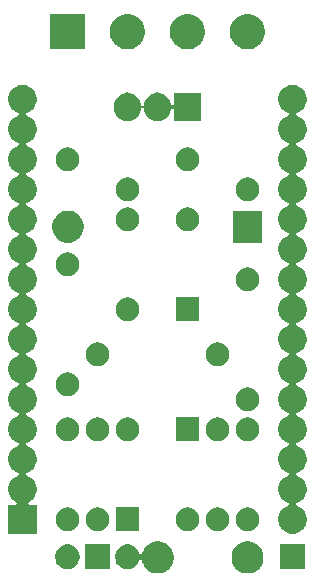
<source format=gbr>
G04 #@! TF.GenerationSoftware,KiCad,Pcbnew,5.1.5-52549c5~85~ubuntu18.04.1*
G04 #@! TF.CreationDate,2020-03-29T12:36:54+00:00*
G04 #@! TF.ProjectId,PWR,5057522e-6b69-4636-9164-5f7063625858,rev?*
G04 #@! TF.SameCoordinates,Original*
G04 #@! TF.FileFunction,Soldermask,Top*
G04 #@! TF.FilePolarity,Negative*
%FSLAX46Y46*%
G04 Gerber Fmt 4.6, Leading zero omitted, Abs format (unit mm)*
G04 Created by KiCad (PCBNEW 5.1.5-52549c5~85~ubuntu18.04.1) date 2020-03-29 12:36:54*
%MOMM*%
%LPD*%
G04 APERTURE LIST*
%ADD10C,0.100000*%
G04 APERTURE END LIST*
D10*
G36*
X140113779Y-123856879D02*
G01*
X140359463Y-123958645D01*
X140359465Y-123958646D01*
X140470769Y-124033017D01*
X140580574Y-124106386D01*
X140768614Y-124294426D01*
X140916355Y-124515537D01*
X141018121Y-124761221D01*
X141070000Y-125022035D01*
X141070000Y-125287965D01*
X141018121Y-125548779D01*
X141000069Y-125592360D01*
X140916354Y-125794465D01*
X140768613Y-126015575D01*
X140580575Y-126203613D01*
X140359465Y-126351354D01*
X140359464Y-126351355D01*
X140359463Y-126351355D01*
X140113779Y-126453121D01*
X139852965Y-126505000D01*
X139587035Y-126505000D01*
X139326221Y-126453121D01*
X139080537Y-126351355D01*
X139080536Y-126351355D01*
X139080535Y-126351354D01*
X138859425Y-126203613D01*
X138671387Y-126015575D01*
X138523646Y-125794465D01*
X138439931Y-125592360D01*
X138421879Y-125548779D01*
X138400618Y-125441892D01*
X138393505Y-125418443D01*
X138381954Y-125396832D01*
X138366409Y-125377891D01*
X138347467Y-125362345D01*
X138325856Y-125350794D01*
X138302407Y-125343681D01*
X138278021Y-125341279D01*
X138253635Y-125343681D01*
X138230186Y-125350794D01*
X138208575Y-125362345D01*
X138189634Y-125377890D01*
X138174088Y-125396832D01*
X138162543Y-125418432D01*
X138090498Y-125592362D01*
X137975589Y-125764336D01*
X137829336Y-125910589D01*
X137657362Y-126025498D01*
X137466274Y-126104650D01*
X137288687Y-126139973D01*
X137263417Y-126145000D01*
X137056583Y-126145000D01*
X137031313Y-126139973D01*
X136853726Y-126104650D01*
X136662638Y-126025498D01*
X136490664Y-125910589D01*
X136344411Y-125764336D01*
X136229502Y-125592362D01*
X136150350Y-125401274D01*
X136110000Y-125198416D01*
X136110000Y-124991584D01*
X136150350Y-124788726D01*
X136229502Y-124597638D01*
X136344411Y-124425664D01*
X136490664Y-124279411D01*
X136662638Y-124164502D01*
X136853726Y-124085350D01*
X137031313Y-124050027D01*
X137056583Y-124045000D01*
X137263417Y-124045000D01*
X137288687Y-124050027D01*
X137466274Y-124085350D01*
X137657362Y-124164502D01*
X137829336Y-124279411D01*
X137975589Y-124425664D01*
X138090498Y-124597638D01*
X138169650Y-124788726D01*
X138170435Y-124792671D01*
X138177543Y-124816108D01*
X138189094Y-124837719D01*
X138204639Y-124856661D01*
X138223581Y-124872206D01*
X138245192Y-124883757D01*
X138268641Y-124890871D01*
X138293027Y-124893273D01*
X138317413Y-124890871D01*
X138340862Y-124883759D01*
X138362473Y-124872208D01*
X138381415Y-124856663D01*
X138396960Y-124837721D01*
X138408511Y-124816110D01*
X138415625Y-124792661D01*
X138421879Y-124761220D01*
X138523645Y-124515537D01*
X138671386Y-124294426D01*
X138859426Y-124106386D01*
X138969231Y-124033017D01*
X139080535Y-123958646D01*
X139080537Y-123958645D01*
X139326221Y-123856879D01*
X139587035Y-123805000D01*
X139852965Y-123805000D01*
X140113779Y-123856879D01*
G37*
G36*
X147713779Y-123856879D02*
G01*
X147959463Y-123958645D01*
X147959465Y-123958646D01*
X148070769Y-124033017D01*
X148180574Y-124106386D01*
X148368614Y-124294426D01*
X148516355Y-124515537D01*
X148618121Y-124761221D01*
X148670000Y-125022035D01*
X148670000Y-125287965D01*
X148618121Y-125548779D01*
X148600069Y-125592360D01*
X148516354Y-125794465D01*
X148368613Y-126015575D01*
X148180575Y-126203613D01*
X147959465Y-126351354D01*
X147959464Y-126351355D01*
X147959463Y-126351355D01*
X147713779Y-126453121D01*
X147452965Y-126505000D01*
X147187035Y-126505000D01*
X146926221Y-126453121D01*
X146680537Y-126351355D01*
X146680536Y-126351355D01*
X146680535Y-126351354D01*
X146459425Y-126203613D01*
X146271387Y-126015575D01*
X146123646Y-125794465D01*
X146039931Y-125592360D01*
X146021879Y-125548779D01*
X145970000Y-125287965D01*
X145970000Y-125022035D01*
X146021879Y-124761221D01*
X146123645Y-124515537D01*
X146271386Y-124294426D01*
X146459426Y-124106386D01*
X146569231Y-124033017D01*
X146680535Y-123958646D01*
X146680537Y-123958645D01*
X146926221Y-123856879D01*
X147187035Y-123805000D01*
X147452965Y-123805000D01*
X147713779Y-123856879D01*
G37*
G36*
X135670000Y-126145000D02*
G01*
X133570000Y-126145000D01*
X133570000Y-124045000D01*
X135670000Y-124045000D01*
X135670000Y-126145000D01*
G37*
G36*
X132208687Y-124050027D02*
G01*
X132386274Y-124085350D01*
X132577362Y-124164502D01*
X132749336Y-124279411D01*
X132895589Y-124425664D01*
X133010498Y-124597638D01*
X133089650Y-124788726D01*
X133130000Y-124991584D01*
X133130000Y-125198416D01*
X133089650Y-125401274D01*
X133010498Y-125592362D01*
X132895589Y-125764336D01*
X132749336Y-125910589D01*
X132577362Y-126025498D01*
X132386274Y-126104650D01*
X132208687Y-126139973D01*
X132183417Y-126145000D01*
X131976583Y-126145000D01*
X131951313Y-126139973D01*
X131773726Y-126104650D01*
X131582638Y-126025498D01*
X131410664Y-125910589D01*
X131264411Y-125764336D01*
X131149502Y-125592362D01*
X131070350Y-125401274D01*
X131030000Y-125198416D01*
X131030000Y-124991584D01*
X131070350Y-124788726D01*
X131149502Y-124597638D01*
X131264411Y-124425664D01*
X131410664Y-124279411D01*
X131582638Y-124164502D01*
X131773726Y-124085350D01*
X131951313Y-124050027D01*
X131976583Y-124045000D01*
X132183417Y-124045000D01*
X132208687Y-124050027D01*
G37*
G36*
X152180000Y-126145000D02*
G01*
X150080000Y-126145000D01*
X150080000Y-124045000D01*
X152180000Y-124045000D01*
X152180000Y-126145000D01*
G37*
G36*
X128624693Y-85190729D02*
G01*
X128845990Y-85282394D01*
X128845992Y-85282395D01*
X129045155Y-85415471D01*
X129214529Y-85584845D01*
X129347605Y-85784008D01*
X129347606Y-85784010D01*
X129439271Y-86005307D01*
X129486000Y-86240233D01*
X129486000Y-86479767D01*
X129439271Y-86714693D01*
X129366289Y-86890886D01*
X129347605Y-86935992D01*
X129214529Y-87135155D01*
X129045155Y-87304529D01*
X128845992Y-87437605D01*
X128845991Y-87437606D01*
X128845990Y-87437606D01*
X128660315Y-87514516D01*
X128638704Y-87526067D01*
X128619762Y-87541613D01*
X128604217Y-87560555D01*
X128592666Y-87582165D01*
X128585553Y-87605614D01*
X128583151Y-87630000D01*
X128585553Y-87654387D01*
X128592666Y-87677835D01*
X128604217Y-87699446D01*
X128619763Y-87718388D01*
X128638705Y-87733933D01*
X128660315Y-87745484D01*
X128845990Y-87822394D01*
X128845992Y-87822395D01*
X129045155Y-87955471D01*
X129214529Y-88124845D01*
X129347605Y-88324008D01*
X129347606Y-88324010D01*
X129439271Y-88545307D01*
X129486000Y-88780233D01*
X129486000Y-89019767D01*
X129439271Y-89254693D01*
X129347606Y-89475990D01*
X129347605Y-89475992D01*
X129214529Y-89675155D01*
X129045155Y-89844529D01*
X128845992Y-89977605D01*
X128845991Y-89977606D01*
X128845990Y-89977606D01*
X128660315Y-90054516D01*
X128638704Y-90066067D01*
X128619762Y-90081613D01*
X128604217Y-90100555D01*
X128592666Y-90122165D01*
X128585553Y-90145614D01*
X128583151Y-90170000D01*
X128585553Y-90194387D01*
X128592666Y-90217835D01*
X128604217Y-90239446D01*
X128619763Y-90258388D01*
X128638705Y-90273933D01*
X128660315Y-90285484D01*
X128845990Y-90362394D01*
X128845992Y-90362395D01*
X129045155Y-90495471D01*
X129214529Y-90664845D01*
X129347605Y-90864008D01*
X129347606Y-90864010D01*
X129439271Y-91085307D01*
X129486000Y-91320233D01*
X129486000Y-91559767D01*
X129439271Y-91794693D01*
X129389986Y-91913676D01*
X129347605Y-92015992D01*
X129214529Y-92215155D01*
X129045155Y-92384529D01*
X128845992Y-92517605D01*
X128845991Y-92517606D01*
X128845990Y-92517606D01*
X128660315Y-92594516D01*
X128638704Y-92606067D01*
X128619762Y-92621613D01*
X128604217Y-92640555D01*
X128592666Y-92662165D01*
X128585553Y-92685614D01*
X128583151Y-92710000D01*
X128585553Y-92734387D01*
X128592666Y-92757835D01*
X128604217Y-92779446D01*
X128619763Y-92798388D01*
X128638705Y-92813933D01*
X128660315Y-92825484D01*
X128845990Y-92902394D01*
X128845992Y-92902395D01*
X129045155Y-93035471D01*
X129214529Y-93204845D01*
X129347605Y-93404008D01*
X129347606Y-93404010D01*
X129439271Y-93625307D01*
X129486000Y-93860233D01*
X129486000Y-94099767D01*
X129439271Y-94334693D01*
X129389986Y-94453676D01*
X129347605Y-94555992D01*
X129214529Y-94755155D01*
X129045155Y-94924529D01*
X128845992Y-95057605D01*
X128845991Y-95057606D01*
X128845990Y-95057606D01*
X128660315Y-95134516D01*
X128638704Y-95146067D01*
X128619762Y-95161613D01*
X128604217Y-95180555D01*
X128592666Y-95202165D01*
X128585553Y-95225614D01*
X128583151Y-95250000D01*
X128585553Y-95274387D01*
X128592666Y-95297835D01*
X128604217Y-95319446D01*
X128619763Y-95338388D01*
X128638705Y-95353933D01*
X128660315Y-95365484D01*
X128845990Y-95442394D01*
X128845992Y-95442395D01*
X129045155Y-95575471D01*
X129214529Y-95744845D01*
X129347605Y-95944008D01*
X129347606Y-95944010D01*
X129439271Y-96165307D01*
X129486000Y-96400233D01*
X129486000Y-96639767D01*
X129439271Y-96874693D01*
X129347606Y-97095990D01*
X129347605Y-97095992D01*
X129214529Y-97295155D01*
X129045155Y-97464529D01*
X128845992Y-97597605D01*
X128845991Y-97597606D01*
X128845990Y-97597606D01*
X128660315Y-97674516D01*
X128638704Y-97686067D01*
X128619762Y-97701613D01*
X128604217Y-97720555D01*
X128592666Y-97742165D01*
X128585553Y-97765614D01*
X128583151Y-97790000D01*
X128585553Y-97814387D01*
X128592666Y-97837835D01*
X128604217Y-97859446D01*
X128619763Y-97878388D01*
X128638705Y-97893933D01*
X128660315Y-97905484D01*
X128845990Y-97982394D01*
X128845992Y-97982395D01*
X129045155Y-98115471D01*
X129214529Y-98284845D01*
X129258969Y-98351355D01*
X129347606Y-98484010D01*
X129439271Y-98705307D01*
X129486000Y-98940233D01*
X129486000Y-99179767D01*
X129439271Y-99414693D01*
X129347606Y-99635990D01*
X129347605Y-99635992D01*
X129214529Y-99835155D01*
X129045155Y-100004529D01*
X128845992Y-100137605D01*
X128845991Y-100137606D01*
X128845990Y-100137606D01*
X128660315Y-100214516D01*
X128638704Y-100226067D01*
X128619762Y-100241613D01*
X128604217Y-100260555D01*
X128592666Y-100282165D01*
X128585553Y-100305614D01*
X128583151Y-100330000D01*
X128585553Y-100354387D01*
X128592666Y-100377835D01*
X128604217Y-100399446D01*
X128619763Y-100418388D01*
X128638705Y-100433933D01*
X128660315Y-100445484D01*
X128845990Y-100522394D01*
X128845992Y-100522395D01*
X129045155Y-100655471D01*
X129214529Y-100824845D01*
X129309823Y-100967463D01*
X129347606Y-101024010D01*
X129439271Y-101245307D01*
X129486000Y-101480233D01*
X129486000Y-101719767D01*
X129439271Y-101954693D01*
X129389986Y-102073676D01*
X129347605Y-102175992D01*
X129214529Y-102375155D01*
X129045155Y-102544529D01*
X128845992Y-102677605D01*
X128845991Y-102677606D01*
X128845990Y-102677606D01*
X128660315Y-102754516D01*
X128638704Y-102766067D01*
X128619762Y-102781613D01*
X128604217Y-102800555D01*
X128592666Y-102822165D01*
X128585553Y-102845614D01*
X128583151Y-102870000D01*
X128585553Y-102894387D01*
X128592666Y-102917835D01*
X128604217Y-102939446D01*
X128619763Y-102958388D01*
X128638705Y-102973933D01*
X128660315Y-102985484D01*
X128845990Y-103062394D01*
X128845992Y-103062395D01*
X129045155Y-103195471D01*
X129214529Y-103364845D01*
X129347605Y-103564008D01*
X129347606Y-103564010D01*
X129439271Y-103785307D01*
X129486000Y-104020233D01*
X129486000Y-104259767D01*
X129439271Y-104494693D01*
X129389986Y-104613676D01*
X129347605Y-104715992D01*
X129214529Y-104915155D01*
X129045155Y-105084529D01*
X128845992Y-105217605D01*
X128845991Y-105217606D01*
X128845990Y-105217606D01*
X128660315Y-105294516D01*
X128638704Y-105306067D01*
X128619762Y-105321613D01*
X128604217Y-105340555D01*
X128592666Y-105362165D01*
X128585553Y-105385614D01*
X128583151Y-105410000D01*
X128585553Y-105434387D01*
X128592666Y-105457835D01*
X128604217Y-105479446D01*
X128619763Y-105498388D01*
X128638705Y-105513933D01*
X128660315Y-105525484D01*
X128845990Y-105602394D01*
X128845992Y-105602395D01*
X129045155Y-105735471D01*
X129214529Y-105904845D01*
X129347605Y-106104008D01*
X129347606Y-106104010D01*
X129439271Y-106325307D01*
X129486000Y-106560233D01*
X129486000Y-106799767D01*
X129439271Y-107034693D01*
X129347606Y-107255990D01*
X129347605Y-107255992D01*
X129214529Y-107455155D01*
X129045155Y-107624529D01*
X128845992Y-107757605D01*
X128845991Y-107757606D01*
X128845990Y-107757606D01*
X128660315Y-107834516D01*
X128638704Y-107846067D01*
X128619762Y-107861613D01*
X128604217Y-107880555D01*
X128592666Y-107902165D01*
X128585553Y-107925614D01*
X128583151Y-107950000D01*
X128585553Y-107974387D01*
X128592666Y-107997835D01*
X128604217Y-108019446D01*
X128619763Y-108038388D01*
X128638705Y-108053933D01*
X128660315Y-108065484D01*
X128845990Y-108142394D01*
X128845992Y-108142395D01*
X129045155Y-108275471D01*
X129214529Y-108444845D01*
X129309823Y-108587463D01*
X129347606Y-108644010D01*
X129439271Y-108865307D01*
X129486000Y-109100233D01*
X129486000Y-109339767D01*
X129439271Y-109574693D01*
X129347606Y-109795990D01*
X129347605Y-109795992D01*
X129214529Y-109995155D01*
X129045155Y-110164529D01*
X128845992Y-110297605D01*
X128845991Y-110297606D01*
X128845990Y-110297606D01*
X128660315Y-110374516D01*
X128638704Y-110386067D01*
X128619762Y-110401613D01*
X128604217Y-110420555D01*
X128592666Y-110442165D01*
X128585553Y-110465614D01*
X128583151Y-110490000D01*
X128585553Y-110514387D01*
X128592666Y-110537835D01*
X128604217Y-110559446D01*
X128619763Y-110578388D01*
X128638705Y-110593933D01*
X128660315Y-110605484D01*
X128845990Y-110682394D01*
X128845992Y-110682395D01*
X129045155Y-110815471D01*
X129214529Y-110984845D01*
X129309823Y-111127463D01*
X129347606Y-111184010D01*
X129439271Y-111405307D01*
X129486000Y-111640233D01*
X129486000Y-111879767D01*
X129439271Y-112114693D01*
X129389986Y-112233676D01*
X129347605Y-112335992D01*
X129214529Y-112535155D01*
X129045155Y-112704529D01*
X128845992Y-112837605D01*
X128845991Y-112837606D01*
X128845990Y-112837606D01*
X128660315Y-112914516D01*
X128638704Y-112926067D01*
X128619762Y-112941613D01*
X128604217Y-112960555D01*
X128592666Y-112982165D01*
X128585553Y-113005614D01*
X128583151Y-113030000D01*
X128585553Y-113054387D01*
X128592666Y-113077835D01*
X128604217Y-113099446D01*
X128619763Y-113118388D01*
X128638705Y-113133933D01*
X128660315Y-113145484D01*
X128845990Y-113222394D01*
X128845992Y-113222395D01*
X129045155Y-113355471D01*
X129214529Y-113524845D01*
X129347605Y-113724008D01*
X129347606Y-113724010D01*
X129439271Y-113945307D01*
X129486000Y-114180233D01*
X129486000Y-114419767D01*
X129439271Y-114654693D01*
X129389986Y-114773676D01*
X129347605Y-114875992D01*
X129214529Y-115075155D01*
X129045155Y-115244529D01*
X128845992Y-115377605D01*
X128845991Y-115377606D01*
X128845990Y-115377606D01*
X128660315Y-115454516D01*
X128638704Y-115466067D01*
X128619762Y-115481613D01*
X128604217Y-115500555D01*
X128592666Y-115522165D01*
X128585553Y-115545614D01*
X128583151Y-115570000D01*
X128585553Y-115594387D01*
X128592666Y-115617835D01*
X128604217Y-115639446D01*
X128619763Y-115658388D01*
X128638705Y-115673933D01*
X128660315Y-115685484D01*
X128845990Y-115762394D01*
X128845992Y-115762395D01*
X129045155Y-115895471D01*
X129214529Y-116064845D01*
X129347605Y-116264008D01*
X129347606Y-116264010D01*
X129439271Y-116485307D01*
X129486000Y-116720233D01*
X129486000Y-116959767D01*
X129439271Y-117194693D01*
X129347606Y-117415990D01*
X129347605Y-117415992D01*
X129214529Y-117615155D01*
X129045155Y-117784529D01*
X128845992Y-117917605D01*
X128845991Y-117917606D01*
X128845990Y-117917606D01*
X128660315Y-117994516D01*
X128638704Y-118006067D01*
X128619762Y-118021613D01*
X128604217Y-118040555D01*
X128592666Y-118062165D01*
X128585553Y-118085614D01*
X128583151Y-118110000D01*
X128585553Y-118134387D01*
X128592666Y-118157835D01*
X128604217Y-118179446D01*
X128619763Y-118198388D01*
X128638705Y-118213933D01*
X128660315Y-118225484D01*
X128845990Y-118302394D01*
X128845992Y-118302395D01*
X129045155Y-118435471D01*
X129214529Y-118604845D01*
X129347605Y-118804008D01*
X129347606Y-118804010D01*
X129439271Y-119025307D01*
X129486000Y-119260233D01*
X129486000Y-119499767D01*
X129439271Y-119734693D01*
X129347606Y-119955990D01*
X129347605Y-119955992D01*
X129214529Y-120155155D01*
X129045155Y-120324529D01*
X128845992Y-120457605D01*
X128845991Y-120457606D01*
X128845990Y-120457606D01*
X128831720Y-120463517D01*
X128810109Y-120475068D01*
X128791167Y-120490614D01*
X128775622Y-120509556D01*
X128764071Y-120531166D01*
X128756958Y-120554615D01*
X128754556Y-120579001D01*
X128756958Y-120603387D01*
X128764071Y-120626836D01*
X128775622Y-120648447D01*
X128791168Y-120667389D01*
X128810110Y-120682934D01*
X128831720Y-120694485D01*
X128855169Y-120701598D01*
X128879555Y-120704000D01*
X129486000Y-120704000D01*
X129486000Y-123136000D01*
X127054000Y-123136000D01*
X127054000Y-120704000D01*
X127660445Y-120704000D01*
X127684831Y-120701598D01*
X127708280Y-120694485D01*
X127729891Y-120682934D01*
X127748833Y-120667389D01*
X127764378Y-120648447D01*
X127775929Y-120626836D01*
X127783042Y-120603387D01*
X127785444Y-120579001D01*
X127783042Y-120554615D01*
X127775929Y-120531166D01*
X127764378Y-120509555D01*
X127748833Y-120490613D01*
X127729891Y-120475068D01*
X127708280Y-120463517D01*
X127694010Y-120457606D01*
X127694009Y-120457606D01*
X127694008Y-120457605D01*
X127494845Y-120324529D01*
X127325471Y-120155155D01*
X127192395Y-119955992D01*
X127192394Y-119955990D01*
X127100729Y-119734693D01*
X127054000Y-119499767D01*
X127054000Y-119260233D01*
X127100729Y-119025307D01*
X127192394Y-118804010D01*
X127192395Y-118804008D01*
X127325471Y-118604845D01*
X127494845Y-118435471D01*
X127694008Y-118302395D01*
X127694010Y-118302394D01*
X127879685Y-118225484D01*
X127901296Y-118213933D01*
X127920238Y-118198387D01*
X127935783Y-118179445D01*
X127947334Y-118157835D01*
X127954447Y-118134386D01*
X127956849Y-118110000D01*
X127954447Y-118085613D01*
X127947334Y-118062165D01*
X127935783Y-118040554D01*
X127920237Y-118021612D01*
X127901295Y-118006067D01*
X127879685Y-117994516D01*
X127694010Y-117917606D01*
X127694009Y-117917606D01*
X127694008Y-117917605D01*
X127494845Y-117784529D01*
X127325471Y-117615155D01*
X127192395Y-117415992D01*
X127192394Y-117415990D01*
X127100729Y-117194693D01*
X127054000Y-116959767D01*
X127054000Y-116720233D01*
X127100729Y-116485307D01*
X127192394Y-116264010D01*
X127192395Y-116264008D01*
X127325471Y-116064845D01*
X127494845Y-115895471D01*
X127694008Y-115762395D01*
X127694010Y-115762394D01*
X127879685Y-115685484D01*
X127901296Y-115673933D01*
X127920238Y-115658387D01*
X127935783Y-115639445D01*
X127947334Y-115617835D01*
X127954447Y-115594386D01*
X127956849Y-115570000D01*
X127954447Y-115545613D01*
X127947334Y-115522165D01*
X127935783Y-115500554D01*
X127920237Y-115481612D01*
X127901295Y-115466067D01*
X127879685Y-115454516D01*
X127694010Y-115377606D01*
X127694009Y-115377606D01*
X127694008Y-115377605D01*
X127494845Y-115244529D01*
X127325471Y-115075155D01*
X127192395Y-114875992D01*
X127150014Y-114773676D01*
X127100729Y-114654693D01*
X127054000Y-114419767D01*
X127054000Y-114180233D01*
X127100729Y-113945307D01*
X127192394Y-113724010D01*
X127192395Y-113724008D01*
X127325471Y-113524845D01*
X127494845Y-113355471D01*
X127694008Y-113222395D01*
X127694010Y-113222394D01*
X127879685Y-113145484D01*
X127901296Y-113133933D01*
X127920238Y-113118387D01*
X127935783Y-113099445D01*
X127947334Y-113077835D01*
X127954447Y-113054386D01*
X127956849Y-113030000D01*
X127954447Y-113005613D01*
X127947334Y-112982165D01*
X127935783Y-112960554D01*
X127920237Y-112941612D01*
X127901295Y-112926067D01*
X127879685Y-112914516D01*
X127694010Y-112837606D01*
X127694009Y-112837606D01*
X127694008Y-112837605D01*
X127494845Y-112704529D01*
X127325471Y-112535155D01*
X127192395Y-112335992D01*
X127150014Y-112233676D01*
X127100729Y-112114693D01*
X127054000Y-111879767D01*
X127054000Y-111640233D01*
X127100729Y-111405307D01*
X127192394Y-111184010D01*
X127230177Y-111127463D01*
X127325471Y-110984845D01*
X127494845Y-110815471D01*
X127694008Y-110682395D01*
X127694010Y-110682394D01*
X127879685Y-110605484D01*
X127901296Y-110593933D01*
X127920238Y-110578387D01*
X127935783Y-110559445D01*
X127947334Y-110537835D01*
X127954447Y-110514386D01*
X127956849Y-110490000D01*
X127954447Y-110465613D01*
X127947334Y-110442165D01*
X127935783Y-110420554D01*
X127920237Y-110401612D01*
X127901295Y-110386067D01*
X127879685Y-110374516D01*
X127694010Y-110297606D01*
X127694009Y-110297606D01*
X127694008Y-110297605D01*
X127494845Y-110164529D01*
X127325471Y-109995155D01*
X127192395Y-109795992D01*
X127192394Y-109795990D01*
X127100729Y-109574693D01*
X127054000Y-109339767D01*
X127054000Y-109100233D01*
X127100729Y-108865307D01*
X127192394Y-108644010D01*
X127230177Y-108587463D01*
X127325471Y-108444845D01*
X127494845Y-108275471D01*
X127694008Y-108142395D01*
X127694010Y-108142394D01*
X127879685Y-108065484D01*
X127901296Y-108053933D01*
X127920238Y-108038387D01*
X127935783Y-108019445D01*
X127947334Y-107997835D01*
X127954447Y-107974386D01*
X127956849Y-107950000D01*
X127954447Y-107925613D01*
X127947334Y-107902165D01*
X127935783Y-107880554D01*
X127920237Y-107861612D01*
X127901295Y-107846067D01*
X127879685Y-107834516D01*
X127694010Y-107757606D01*
X127694009Y-107757606D01*
X127694008Y-107757605D01*
X127494845Y-107624529D01*
X127325471Y-107455155D01*
X127192395Y-107255992D01*
X127192394Y-107255990D01*
X127100729Y-107034693D01*
X127054000Y-106799767D01*
X127054000Y-106560233D01*
X127100729Y-106325307D01*
X127192394Y-106104010D01*
X127192395Y-106104008D01*
X127325471Y-105904845D01*
X127494845Y-105735471D01*
X127694008Y-105602395D01*
X127694010Y-105602394D01*
X127879685Y-105525484D01*
X127901296Y-105513933D01*
X127920238Y-105498387D01*
X127935783Y-105479445D01*
X127947334Y-105457835D01*
X127954447Y-105434386D01*
X127956849Y-105410000D01*
X127954447Y-105385613D01*
X127947334Y-105362165D01*
X127935783Y-105340554D01*
X127920237Y-105321612D01*
X127901295Y-105306067D01*
X127879685Y-105294516D01*
X127694010Y-105217606D01*
X127694009Y-105217606D01*
X127694008Y-105217605D01*
X127494845Y-105084529D01*
X127325471Y-104915155D01*
X127192395Y-104715992D01*
X127150014Y-104613676D01*
X127100729Y-104494693D01*
X127054000Y-104259767D01*
X127054000Y-104020233D01*
X127100729Y-103785307D01*
X127192394Y-103564010D01*
X127192395Y-103564008D01*
X127325471Y-103364845D01*
X127494845Y-103195471D01*
X127694008Y-103062395D01*
X127694010Y-103062394D01*
X127879685Y-102985484D01*
X127901296Y-102973933D01*
X127920238Y-102958387D01*
X127935783Y-102939445D01*
X127947334Y-102917835D01*
X127954447Y-102894386D01*
X127956849Y-102870000D01*
X127954447Y-102845613D01*
X127947334Y-102822165D01*
X127935783Y-102800554D01*
X127920237Y-102781612D01*
X127901295Y-102766067D01*
X127879685Y-102754516D01*
X127694010Y-102677606D01*
X127694009Y-102677606D01*
X127694008Y-102677605D01*
X127494845Y-102544529D01*
X127325471Y-102375155D01*
X127192395Y-102175992D01*
X127150014Y-102073676D01*
X127100729Y-101954693D01*
X127054000Y-101719767D01*
X127054000Y-101480233D01*
X127100729Y-101245307D01*
X127192394Y-101024010D01*
X127230177Y-100967463D01*
X127325471Y-100824845D01*
X127494845Y-100655471D01*
X127694008Y-100522395D01*
X127694010Y-100522394D01*
X127879685Y-100445484D01*
X127901296Y-100433933D01*
X127920238Y-100418387D01*
X127935783Y-100399445D01*
X127947334Y-100377835D01*
X127954447Y-100354386D01*
X127956849Y-100330000D01*
X127954447Y-100305613D01*
X127947334Y-100282165D01*
X127935783Y-100260554D01*
X127920237Y-100241612D01*
X127901295Y-100226067D01*
X127879685Y-100214516D01*
X127694010Y-100137606D01*
X127694009Y-100137606D01*
X127694008Y-100137605D01*
X127494845Y-100004529D01*
X127325471Y-99835155D01*
X127192395Y-99635992D01*
X127192394Y-99635990D01*
X127100729Y-99414693D01*
X127054000Y-99179767D01*
X127054000Y-98940233D01*
X127100729Y-98705307D01*
X127192394Y-98484010D01*
X127281031Y-98351355D01*
X127325471Y-98284845D01*
X127494845Y-98115471D01*
X127694008Y-97982395D01*
X127694010Y-97982394D01*
X127879685Y-97905484D01*
X127901296Y-97893933D01*
X127920238Y-97878387D01*
X127935783Y-97859445D01*
X127947334Y-97837835D01*
X127954447Y-97814386D01*
X127956849Y-97790000D01*
X127954447Y-97765613D01*
X127947334Y-97742165D01*
X127935783Y-97720554D01*
X127920237Y-97701612D01*
X127901295Y-97686067D01*
X127879685Y-97674516D01*
X127694010Y-97597606D01*
X127694009Y-97597606D01*
X127694008Y-97597605D01*
X127494845Y-97464529D01*
X127325471Y-97295155D01*
X127192395Y-97095992D01*
X127192394Y-97095990D01*
X127100729Y-96874693D01*
X127054000Y-96639767D01*
X127054000Y-96400233D01*
X127100729Y-96165307D01*
X127192394Y-95944010D01*
X127192395Y-95944008D01*
X127325471Y-95744845D01*
X127494845Y-95575471D01*
X127694008Y-95442395D01*
X127694010Y-95442394D01*
X127879685Y-95365484D01*
X127901296Y-95353933D01*
X127920238Y-95338387D01*
X127935783Y-95319445D01*
X127947334Y-95297835D01*
X127954447Y-95274386D01*
X127956849Y-95250000D01*
X127954447Y-95225613D01*
X127947334Y-95202165D01*
X127935783Y-95180554D01*
X127920237Y-95161612D01*
X127901295Y-95146067D01*
X127879685Y-95134516D01*
X127694010Y-95057606D01*
X127694009Y-95057606D01*
X127694008Y-95057605D01*
X127494845Y-94924529D01*
X127325471Y-94755155D01*
X127192395Y-94555992D01*
X127150014Y-94453676D01*
X127100729Y-94334693D01*
X127054000Y-94099767D01*
X127054000Y-93860233D01*
X127100729Y-93625307D01*
X127192394Y-93404010D01*
X127192395Y-93404008D01*
X127325471Y-93204845D01*
X127494845Y-93035471D01*
X127694008Y-92902395D01*
X127694010Y-92902394D01*
X127879685Y-92825484D01*
X127901296Y-92813933D01*
X127920238Y-92798387D01*
X127935783Y-92779445D01*
X127947334Y-92757835D01*
X127954447Y-92734386D01*
X127956849Y-92710000D01*
X127954447Y-92685613D01*
X127947334Y-92662165D01*
X127935783Y-92640554D01*
X127920237Y-92621612D01*
X127901295Y-92606067D01*
X127879685Y-92594516D01*
X127694010Y-92517606D01*
X127694009Y-92517606D01*
X127694008Y-92517605D01*
X127494845Y-92384529D01*
X127325471Y-92215155D01*
X127192395Y-92015992D01*
X127150014Y-91913676D01*
X127100729Y-91794693D01*
X127054000Y-91559767D01*
X127054000Y-91320233D01*
X127100729Y-91085307D01*
X127192394Y-90864010D01*
X127192395Y-90864008D01*
X127325471Y-90664845D01*
X127494845Y-90495471D01*
X127694008Y-90362395D01*
X127694010Y-90362394D01*
X127879685Y-90285484D01*
X127901296Y-90273933D01*
X127920238Y-90258387D01*
X127935783Y-90239445D01*
X127947334Y-90217835D01*
X127954447Y-90194386D01*
X127956849Y-90170000D01*
X127954447Y-90145613D01*
X127947334Y-90122165D01*
X127935783Y-90100554D01*
X127920237Y-90081612D01*
X127901295Y-90066067D01*
X127879685Y-90054516D01*
X127694010Y-89977606D01*
X127694009Y-89977606D01*
X127694008Y-89977605D01*
X127494845Y-89844529D01*
X127325471Y-89675155D01*
X127192395Y-89475992D01*
X127192394Y-89475990D01*
X127100729Y-89254693D01*
X127054000Y-89019767D01*
X127054000Y-88780233D01*
X127100729Y-88545307D01*
X127192394Y-88324010D01*
X127192395Y-88324008D01*
X127325471Y-88124845D01*
X127494845Y-87955471D01*
X127694008Y-87822395D01*
X127694010Y-87822394D01*
X127879685Y-87745484D01*
X127901296Y-87733933D01*
X127920238Y-87718387D01*
X127935783Y-87699445D01*
X127947334Y-87677835D01*
X127954447Y-87654386D01*
X127956849Y-87630000D01*
X127954447Y-87605613D01*
X127947334Y-87582165D01*
X127935783Y-87560554D01*
X127920237Y-87541612D01*
X127901295Y-87526067D01*
X127879685Y-87514516D01*
X127694010Y-87437606D01*
X127694009Y-87437606D01*
X127694008Y-87437605D01*
X127494845Y-87304529D01*
X127325471Y-87135155D01*
X127192395Y-86935992D01*
X127173711Y-86890886D01*
X127100729Y-86714693D01*
X127054000Y-86479767D01*
X127054000Y-86240233D01*
X127100729Y-86005307D01*
X127192394Y-85784010D01*
X127192395Y-85784008D01*
X127325471Y-85584845D01*
X127494845Y-85415471D01*
X127694008Y-85282395D01*
X127694010Y-85282394D01*
X127915307Y-85190729D01*
X128150233Y-85144000D01*
X128389767Y-85144000D01*
X128624693Y-85190729D01*
G37*
G36*
X151484693Y-85190729D02*
G01*
X151705990Y-85282394D01*
X151705992Y-85282395D01*
X151905155Y-85415471D01*
X152074529Y-85584845D01*
X152207605Y-85784008D01*
X152207606Y-85784010D01*
X152299271Y-86005307D01*
X152346000Y-86240233D01*
X152346000Y-86479767D01*
X152299271Y-86714693D01*
X152226289Y-86890886D01*
X152207605Y-86935992D01*
X152074529Y-87135155D01*
X151905155Y-87304529D01*
X151705992Y-87437605D01*
X151705991Y-87437606D01*
X151705990Y-87437606D01*
X151520315Y-87514516D01*
X151498704Y-87526067D01*
X151479762Y-87541613D01*
X151464217Y-87560555D01*
X151452666Y-87582165D01*
X151445553Y-87605614D01*
X151443151Y-87630000D01*
X151445553Y-87654387D01*
X151452666Y-87677835D01*
X151464217Y-87699446D01*
X151479763Y-87718388D01*
X151498705Y-87733933D01*
X151520315Y-87745484D01*
X151705990Y-87822394D01*
X151705992Y-87822395D01*
X151905155Y-87955471D01*
X152074529Y-88124845D01*
X152207605Y-88324008D01*
X152207606Y-88324010D01*
X152299271Y-88545307D01*
X152346000Y-88780233D01*
X152346000Y-89019767D01*
X152299271Y-89254693D01*
X152207606Y-89475990D01*
X152207605Y-89475992D01*
X152074529Y-89675155D01*
X151905155Y-89844529D01*
X151705992Y-89977605D01*
X151705991Y-89977606D01*
X151705990Y-89977606D01*
X151520315Y-90054516D01*
X151498704Y-90066067D01*
X151479762Y-90081613D01*
X151464217Y-90100555D01*
X151452666Y-90122165D01*
X151445553Y-90145614D01*
X151443151Y-90170000D01*
X151445553Y-90194387D01*
X151452666Y-90217835D01*
X151464217Y-90239446D01*
X151479763Y-90258388D01*
X151498705Y-90273933D01*
X151520315Y-90285484D01*
X151705990Y-90362394D01*
X151705992Y-90362395D01*
X151905155Y-90495471D01*
X152074529Y-90664845D01*
X152207605Y-90864008D01*
X152207606Y-90864010D01*
X152299271Y-91085307D01*
X152346000Y-91320233D01*
X152346000Y-91559767D01*
X152299271Y-91794693D01*
X152249986Y-91913676D01*
X152207605Y-92015992D01*
X152074529Y-92215155D01*
X151905155Y-92384529D01*
X151705992Y-92517605D01*
X151705991Y-92517606D01*
X151705990Y-92517606D01*
X151520315Y-92594516D01*
X151498704Y-92606067D01*
X151479762Y-92621613D01*
X151464217Y-92640555D01*
X151452666Y-92662165D01*
X151445553Y-92685614D01*
X151443151Y-92710000D01*
X151445553Y-92734387D01*
X151452666Y-92757835D01*
X151464217Y-92779446D01*
X151479763Y-92798388D01*
X151498705Y-92813933D01*
X151520315Y-92825484D01*
X151705990Y-92902394D01*
X151705992Y-92902395D01*
X151905155Y-93035471D01*
X152074529Y-93204845D01*
X152207605Y-93404008D01*
X152207606Y-93404010D01*
X152299271Y-93625307D01*
X152346000Y-93860233D01*
X152346000Y-94099767D01*
X152299271Y-94334693D01*
X152249986Y-94453676D01*
X152207605Y-94555992D01*
X152074529Y-94755155D01*
X151905155Y-94924529D01*
X151705992Y-95057605D01*
X151705991Y-95057606D01*
X151705990Y-95057606D01*
X151520315Y-95134516D01*
X151498704Y-95146067D01*
X151479762Y-95161613D01*
X151464217Y-95180555D01*
X151452666Y-95202165D01*
X151445553Y-95225614D01*
X151443151Y-95250000D01*
X151445553Y-95274387D01*
X151452666Y-95297835D01*
X151464217Y-95319446D01*
X151479763Y-95338388D01*
X151498705Y-95353933D01*
X151520315Y-95365484D01*
X151705990Y-95442394D01*
X151705992Y-95442395D01*
X151905155Y-95575471D01*
X152074529Y-95744845D01*
X152207605Y-95944008D01*
X152207606Y-95944010D01*
X152299271Y-96165307D01*
X152346000Y-96400233D01*
X152346000Y-96639767D01*
X152299271Y-96874693D01*
X152207606Y-97095990D01*
X152207605Y-97095992D01*
X152074529Y-97295155D01*
X151905155Y-97464529D01*
X151705992Y-97597605D01*
X151705991Y-97597606D01*
X151705990Y-97597606D01*
X151520315Y-97674516D01*
X151498704Y-97686067D01*
X151479762Y-97701613D01*
X151464217Y-97720555D01*
X151452666Y-97742165D01*
X151445553Y-97765614D01*
X151443151Y-97790000D01*
X151445553Y-97814387D01*
X151452666Y-97837835D01*
X151464217Y-97859446D01*
X151479763Y-97878388D01*
X151498705Y-97893933D01*
X151520315Y-97905484D01*
X151705990Y-97982394D01*
X151705992Y-97982395D01*
X151905155Y-98115471D01*
X152074529Y-98284845D01*
X152118969Y-98351355D01*
X152207606Y-98484010D01*
X152299271Y-98705307D01*
X152346000Y-98940233D01*
X152346000Y-99179767D01*
X152299271Y-99414693D01*
X152207606Y-99635990D01*
X152207605Y-99635992D01*
X152074529Y-99835155D01*
X151905155Y-100004529D01*
X151705992Y-100137605D01*
X151705991Y-100137606D01*
X151705990Y-100137606D01*
X151520315Y-100214516D01*
X151498704Y-100226067D01*
X151479762Y-100241613D01*
X151464217Y-100260555D01*
X151452666Y-100282165D01*
X151445553Y-100305614D01*
X151443151Y-100330000D01*
X151445553Y-100354387D01*
X151452666Y-100377835D01*
X151464217Y-100399446D01*
X151479763Y-100418388D01*
X151498705Y-100433933D01*
X151520315Y-100445484D01*
X151705990Y-100522394D01*
X151705992Y-100522395D01*
X151905155Y-100655471D01*
X152074529Y-100824845D01*
X152169823Y-100967463D01*
X152207606Y-101024010D01*
X152299271Y-101245307D01*
X152346000Y-101480233D01*
X152346000Y-101719767D01*
X152299271Y-101954693D01*
X152249986Y-102073676D01*
X152207605Y-102175992D01*
X152074529Y-102375155D01*
X151905155Y-102544529D01*
X151705992Y-102677605D01*
X151705991Y-102677606D01*
X151705990Y-102677606D01*
X151520315Y-102754516D01*
X151498704Y-102766067D01*
X151479762Y-102781613D01*
X151464217Y-102800555D01*
X151452666Y-102822165D01*
X151445553Y-102845614D01*
X151443151Y-102870000D01*
X151445553Y-102894387D01*
X151452666Y-102917835D01*
X151464217Y-102939446D01*
X151479763Y-102958388D01*
X151498705Y-102973933D01*
X151520315Y-102985484D01*
X151705990Y-103062394D01*
X151705992Y-103062395D01*
X151905155Y-103195471D01*
X152074529Y-103364845D01*
X152207605Y-103564008D01*
X152207606Y-103564010D01*
X152299271Y-103785307D01*
X152346000Y-104020233D01*
X152346000Y-104259767D01*
X152299271Y-104494693D01*
X152249986Y-104613676D01*
X152207605Y-104715992D01*
X152074529Y-104915155D01*
X151905155Y-105084529D01*
X151705992Y-105217605D01*
X151705991Y-105217606D01*
X151705990Y-105217606D01*
X151520315Y-105294516D01*
X151498704Y-105306067D01*
X151479762Y-105321613D01*
X151464217Y-105340555D01*
X151452666Y-105362165D01*
X151445553Y-105385614D01*
X151443151Y-105410000D01*
X151445553Y-105434387D01*
X151452666Y-105457835D01*
X151464217Y-105479446D01*
X151479763Y-105498388D01*
X151498705Y-105513933D01*
X151520315Y-105525484D01*
X151705990Y-105602394D01*
X151705992Y-105602395D01*
X151905155Y-105735471D01*
X152074529Y-105904845D01*
X152207605Y-106104008D01*
X152207606Y-106104010D01*
X152299271Y-106325307D01*
X152346000Y-106560233D01*
X152346000Y-106799767D01*
X152299271Y-107034693D01*
X152207606Y-107255990D01*
X152207605Y-107255992D01*
X152074529Y-107455155D01*
X151905155Y-107624529D01*
X151705992Y-107757605D01*
X151705991Y-107757606D01*
X151705990Y-107757606D01*
X151520315Y-107834516D01*
X151498704Y-107846067D01*
X151479762Y-107861613D01*
X151464217Y-107880555D01*
X151452666Y-107902165D01*
X151445553Y-107925614D01*
X151443151Y-107950000D01*
X151445553Y-107974387D01*
X151452666Y-107997835D01*
X151464217Y-108019446D01*
X151479763Y-108038388D01*
X151498705Y-108053933D01*
X151520315Y-108065484D01*
X151705990Y-108142394D01*
X151705992Y-108142395D01*
X151905155Y-108275471D01*
X152074529Y-108444845D01*
X152169823Y-108587463D01*
X152207606Y-108644010D01*
X152299271Y-108865307D01*
X152346000Y-109100233D01*
X152346000Y-109339767D01*
X152299271Y-109574693D01*
X152207606Y-109795990D01*
X152207605Y-109795992D01*
X152074529Y-109995155D01*
X151905155Y-110164529D01*
X151705992Y-110297605D01*
X151705991Y-110297606D01*
X151705990Y-110297606D01*
X151520315Y-110374516D01*
X151498704Y-110386067D01*
X151479762Y-110401613D01*
X151464217Y-110420555D01*
X151452666Y-110442165D01*
X151445553Y-110465614D01*
X151443151Y-110490000D01*
X151445553Y-110514387D01*
X151452666Y-110537835D01*
X151464217Y-110559446D01*
X151479763Y-110578388D01*
X151498705Y-110593933D01*
X151520315Y-110605484D01*
X151705990Y-110682394D01*
X151705992Y-110682395D01*
X151905155Y-110815471D01*
X152074529Y-110984845D01*
X152169823Y-111127463D01*
X152207606Y-111184010D01*
X152299271Y-111405307D01*
X152346000Y-111640233D01*
X152346000Y-111879767D01*
X152299271Y-112114693D01*
X152249986Y-112233676D01*
X152207605Y-112335992D01*
X152074529Y-112535155D01*
X151905155Y-112704529D01*
X151705992Y-112837605D01*
X151705991Y-112837606D01*
X151705990Y-112837606D01*
X151520315Y-112914516D01*
X151498704Y-112926067D01*
X151479762Y-112941613D01*
X151464217Y-112960555D01*
X151452666Y-112982165D01*
X151445553Y-113005614D01*
X151443151Y-113030000D01*
X151445553Y-113054387D01*
X151452666Y-113077835D01*
X151464217Y-113099446D01*
X151479763Y-113118388D01*
X151498705Y-113133933D01*
X151520315Y-113145484D01*
X151705990Y-113222394D01*
X151705992Y-113222395D01*
X151905155Y-113355471D01*
X152074529Y-113524845D01*
X152207605Y-113724008D01*
X152207606Y-113724010D01*
X152299271Y-113945307D01*
X152346000Y-114180233D01*
X152346000Y-114419767D01*
X152299271Y-114654693D01*
X152249986Y-114773676D01*
X152207605Y-114875992D01*
X152074529Y-115075155D01*
X151905155Y-115244529D01*
X151705992Y-115377605D01*
X151705991Y-115377606D01*
X151705990Y-115377606D01*
X151520315Y-115454516D01*
X151498704Y-115466067D01*
X151479762Y-115481613D01*
X151464217Y-115500555D01*
X151452666Y-115522165D01*
X151445553Y-115545614D01*
X151443151Y-115570000D01*
X151445553Y-115594387D01*
X151452666Y-115617835D01*
X151464217Y-115639446D01*
X151479763Y-115658388D01*
X151498705Y-115673933D01*
X151520315Y-115685484D01*
X151705990Y-115762394D01*
X151705992Y-115762395D01*
X151905155Y-115895471D01*
X152074529Y-116064845D01*
X152207605Y-116264008D01*
X152207606Y-116264010D01*
X152299271Y-116485307D01*
X152346000Y-116720233D01*
X152346000Y-116959767D01*
X152299271Y-117194693D01*
X152207606Y-117415990D01*
X152207605Y-117415992D01*
X152074529Y-117615155D01*
X151905155Y-117784529D01*
X151705992Y-117917605D01*
X151705991Y-117917606D01*
X151705990Y-117917606D01*
X151520315Y-117994516D01*
X151498704Y-118006067D01*
X151479762Y-118021613D01*
X151464217Y-118040555D01*
X151452666Y-118062165D01*
X151445553Y-118085614D01*
X151443151Y-118110000D01*
X151445553Y-118134387D01*
X151452666Y-118157835D01*
X151464217Y-118179446D01*
X151479763Y-118198388D01*
X151498705Y-118213933D01*
X151520315Y-118225484D01*
X151705990Y-118302394D01*
X151705992Y-118302395D01*
X151905155Y-118435471D01*
X152074529Y-118604845D01*
X152207605Y-118804008D01*
X152207606Y-118804010D01*
X152299271Y-119025307D01*
X152346000Y-119260233D01*
X152346000Y-119499767D01*
X152299271Y-119734693D01*
X152207606Y-119955990D01*
X152207605Y-119955992D01*
X152074529Y-120155155D01*
X151905155Y-120324529D01*
X151705992Y-120457605D01*
X151705991Y-120457606D01*
X151705990Y-120457606D01*
X151520315Y-120534516D01*
X151498704Y-120546067D01*
X151479762Y-120561613D01*
X151464217Y-120580555D01*
X151452666Y-120602165D01*
X151445553Y-120625614D01*
X151443151Y-120650000D01*
X151445553Y-120674387D01*
X151452666Y-120697835D01*
X151464217Y-120719446D01*
X151479763Y-120738388D01*
X151498705Y-120753933D01*
X151520315Y-120765484D01*
X151705990Y-120842394D01*
X151705992Y-120842395D01*
X151905155Y-120975471D01*
X152074529Y-121144845D01*
X152207605Y-121344008D01*
X152207606Y-121344010D01*
X152299271Y-121565307D01*
X152346000Y-121800233D01*
X152346000Y-122039767D01*
X152299271Y-122274693D01*
X152249986Y-122393676D01*
X152207605Y-122495992D01*
X152074529Y-122695155D01*
X151905155Y-122864529D01*
X151705992Y-122997605D01*
X151705991Y-122997606D01*
X151705990Y-122997606D01*
X151484693Y-123089271D01*
X151249767Y-123136000D01*
X151010233Y-123136000D01*
X150775307Y-123089271D01*
X150554010Y-122997606D01*
X150554009Y-122997606D01*
X150554008Y-122997605D01*
X150354845Y-122864529D01*
X150185471Y-122695155D01*
X150052395Y-122495992D01*
X150010014Y-122393676D01*
X149960729Y-122274693D01*
X149914000Y-122039767D01*
X149914000Y-121800233D01*
X149960729Y-121565307D01*
X150052394Y-121344010D01*
X150052395Y-121344008D01*
X150185471Y-121144845D01*
X150354845Y-120975471D01*
X150554008Y-120842395D01*
X150554010Y-120842394D01*
X150739685Y-120765484D01*
X150761296Y-120753933D01*
X150780238Y-120738387D01*
X150795783Y-120719445D01*
X150807334Y-120697835D01*
X150814447Y-120674386D01*
X150816849Y-120650000D01*
X150814447Y-120625613D01*
X150807334Y-120602165D01*
X150795783Y-120580554D01*
X150780237Y-120561612D01*
X150761295Y-120546067D01*
X150739685Y-120534516D01*
X150554010Y-120457606D01*
X150554009Y-120457606D01*
X150554008Y-120457605D01*
X150354845Y-120324529D01*
X150185471Y-120155155D01*
X150052395Y-119955992D01*
X150052394Y-119955990D01*
X149960729Y-119734693D01*
X149914000Y-119499767D01*
X149914000Y-119260233D01*
X149960729Y-119025307D01*
X150052394Y-118804010D01*
X150052395Y-118804008D01*
X150185471Y-118604845D01*
X150354845Y-118435471D01*
X150554008Y-118302395D01*
X150554010Y-118302394D01*
X150739685Y-118225484D01*
X150761296Y-118213933D01*
X150780238Y-118198387D01*
X150795783Y-118179445D01*
X150807334Y-118157835D01*
X150814447Y-118134386D01*
X150816849Y-118110000D01*
X150814447Y-118085613D01*
X150807334Y-118062165D01*
X150795783Y-118040554D01*
X150780237Y-118021612D01*
X150761295Y-118006067D01*
X150739685Y-117994516D01*
X150554010Y-117917606D01*
X150554009Y-117917606D01*
X150554008Y-117917605D01*
X150354845Y-117784529D01*
X150185471Y-117615155D01*
X150052395Y-117415992D01*
X150052394Y-117415990D01*
X149960729Y-117194693D01*
X149914000Y-116959767D01*
X149914000Y-116720233D01*
X149960729Y-116485307D01*
X150052394Y-116264010D01*
X150052395Y-116264008D01*
X150185471Y-116064845D01*
X150354845Y-115895471D01*
X150554008Y-115762395D01*
X150554010Y-115762394D01*
X150739685Y-115685484D01*
X150761296Y-115673933D01*
X150780238Y-115658387D01*
X150795783Y-115639445D01*
X150807334Y-115617835D01*
X150814447Y-115594386D01*
X150816849Y-115570000D01*
X150814447Y-115545613D01*
X150807334Y-115522165D01*
X150795783Y-115500554D01*
X150780237Y-115481612D01*
X150761295Y-115466067D01*
X150739685Y-115454516D01*
X150554010Y-115377606D01*
X150554009Y-115377606D01*
X150554008Y-115377605D01*
X150354845Y-115244529D01*
X150185471Y-115075155D01*
X150052395Y-114875992D01*
X150010014Y-114773676D01*
X149960729Y-114654693D01*
X149914000Y-114419767D01*
X149914000Y-114180233D01*
X149960729Y-113945307D01*
X150052394Y-113724010D01*
X150052395Y-113724008D01*
X150185471Y-113524845D01*
X150354845Y-113355471D01*
X150554008Y-113222395D01*
X150554010Y-113222394D01*
X150739685Y-113145484D01*
X150761296Y-113133933D01*
X150780238Y-113118387D01*
X150795783Y-113099445D01*
X150807334Y-113077835D01*
X150814447Y-113054386D01*
X150816849Y-113030000D01*
X150814447Y-113005613D01*
X150807334Y-112982165D01*
X150795783Y-112960554D01*
X150780237Y-112941612D01*
X150761295Y-112926067D01*
X150739685Y-112914516D01*
X150554010Y-112837606D01*
X150554009Y-112837606D01*
X150554008Y-112837605D01*
X150354845Y-112704529D01*
X150185471Y-112535155D01*
X150052395Y-112335992D01*
X150010014Y-112233676D01*
X149960729Y-112114693D01*
X149914000Y-111879767D01*
X149914000Y-111640233D01*
X149960729Y-111405307D01*
X150052394Y-111184010D01*
X150090177Y-111127463D01*
X150185471Y-110984845D01*
X150354845Y-110815471D01*
X150554008Y-110682395D01*
X150554010Y-110682394D01*
X150739685Y-110605484D01*
X150761296Y-110593933D01*
X150780238Y-110578387D01*
X150795783Y-110559445D01*
X150807334Y-110537835D01*
X150814447Y-110514386D01*
X150816849Y-110490000D01*
X150814447Y-110465613D01*
X150807334Y-110442165D01*
X150795783Y-110420554D01*
X150780237Y-110401612D01*
X150761295Y-110386067D01*
X150739685Y-110374516D01*
X150554010Y-110297606D01*
X150554009Y-110297606D01*
X150554008Y-110297605D01*
X150354845Y-110164529D01*
X150185471Y-109995155D01*
X150052395Y-109795992D01*
X150052394Y-109795990D01*
X149960729Y-109574693D01*
X149914000Y-109339767D01*
X149914000Y-109100233D01*
X149960729Y-108865307D01*
X150052394Y-108644010D01*
X150090177Y-108587463D01*
X150185471Y-108444845D01*
X150354845Y-108275471D01*
X150554008Y-108142395D01*
X150554010Y-108142394D01*
X150739685Y-108065484D01*
X150761296Y-108053933D01*
X150780238Y-108038387D01*
X150795783Y-108019445D01*
X150807334Y-107997835D01*
X150814447Y-107974386D01*
X150816849Y-107950000D01*
X150814447Y-107925613D01*
X150807334Y-107902165D01*
X150795783Y-107880554D01*
X150780237Y-107861612D01*
X150761295Y-107846067D01*
X150739685Y-107834516D01*
X150554010Y-107757606D01*
X150554009Y-107757606D01*
X150554008Y-107757605D01*
X150354845Y-107624529D01*
X150185471Y-107455155D01*
X150052395Y-107255992D01*
X150052394Y-107255990D01*
X149960729Y-107034693D01*
X149914000Y-106799767D01*
X149914000Y-106560233D01*
X149960729Y-106325307D01*
X150052394Y-106104010D01*
X150052395Y-106104008D01*
X150185471Y-105904845D01*
X150354845Y-105735471D01*
X150554008Y-105602395D01*
X150554010Y-105602394D01*
X150739685Y-105525484D01*
X150761296Y-105513933D01*
X150780238Y-105498387D01*
X150795783Y-105479445D01*
X150807334Y-105457835D01*
X150814447Y-105434386D01*
X150816849Y-105410000D01*
X150814447Y-105385613D01*
X150807334Y-105362165D01*
X150795783Y-105340554D01*
X150780237Y-105321612D01*
X150761295Y-105306067D01*
X150739685Y-105294516D01*
X150554010Y-105217606D01*
X150554009Y-105217606D01*
X150554008Y-105217605D01*
X150354845Y-105084529D01*
X150185471Y-104915155D01*
X150052395Y-104715992D01*
X150010014Y-104613676D01*
X149960729Y-104494693D01*
X149914000Y-104259767D01*
X149914000Y-104020233D01*
X149960729Y-103785307D01*
X150052394Y-103564010D01*
X150052395Y-103564008D01*
X150185471Y-103364845D01*
X150354845Y-103195471D01*
X150554008Y-103062395D01*
X150554010Y-103062394D01*
X150739685Y-102985484D01*
X150761296Y-102973933D01*
X150780238Y-102958387D01*
X150795783Y-102939445D01*
X150807334Y-102917835D01*
X150814447Y-102894386D01*
X150816849Y-102870000D01*
X150814447Y-102845613D01*
X150807334Y-102822165D01*
X150795783Y-102800554D01*
X150780237Y-102781612D01*
X150761295Y-102766067D01*
X150739685Y-102754516D01*
X150554010Y-102677606D01*
X150554009Y-102677606D01*
X150554008Y-102677605D01*
X150354845Y-102544529D01*
X150185471Y-102375155D01*
X150052395Y-102175992D01*
X150010014Y-102073676D01*
X149960729Y-101954693D01*
X149914000Y-101719767D01*
X149914000Y-101480233D01*
X149960729Y-101245307D01*
X150052394Y-101024010D01*
X150090177Y-100967463D01*
X150185471Y-100824845D01*
X150354845Y-100655471D01*
X150554008Y-100522395D01*
X150554010Y-100522394D01*
X150739685Y-100445484D01*
X150761296Y-100433933D01*
X150780238Y-100418387D01*
X150795783Y-100399445D01*
X150807334Y-100377835D01*
X150814447Y-100354386D01*
X150816849Y-100330000D01*
X150814447Y-100305613D01*
X150807334Y-100282165D01*
X150795783Y-100260554D01*
X150780237Y-100241612D01*
X150761295Y-100226067D01*
X150739685Y-100214516D01*
X150554010Y-100137606D01*
X150554009Y-100137606D01*
X150554008Y-100137605D01*
X150354845Y-100004529D01*
X150185471Y-99835155D01*
X150052395Y-99635992D01*
X150052394Y-99635990D01*
X149960729Y-99414693D01*
X149914000Y-99179767D01*
X149914000Y-98940233D01*
X149960729Y-98705307D01*
X150052394Y-98484010D01*
X150141031Y-98351355D01*
X150185471Y-98284845D01*
X150354845Y-98115471D01*
X150554008Y-97982395D01*
X150554010Y-97982394D01*
X150739685Y-97905484D01*
X150761296Y-97893933D01*
X150780238Y-97878387D01*
X150795783Y-97859445D01*
X150807334Y-97837835D01*
X150814447Y-97814386D01*
X150816849Y-97790000D01*
X150814447Y-97765613D01*
X150807334Y-97742165D01*
X150795783Y-97720554D01*
X150780237Y-97701612D01*
X150761295Y-97686067D01*
X150739685Y-97674516D01*
X150554010Y-97597606D01*
X150554009Y-97597606D01*
X150554008Y-97597605D01*
X150354845Y-97464529D01*
X150185471Y-97295155D01*
X150052395Y-97095992D01*
X150052394Y-97095990D01*
X149960729Y-96874693D01*
X149914000Y-96639767D01*
X149914000Y-96400233D01*
X149960729Y-96165307D01*
X150052394Y-95944010D01*
X150052395Y-95944008D01*
X150185471Y-95744845D01*
X150354845Y-95575471D01*
X150554008Y-95442395D01*
X150554010Y-95442394D01*
X150739685Y-95365484D01*
X150761296Y-95353933D01*
X150780238Y-95338387D01*
X150795783Y-95319445D01*
X150807334Y-95297835D01*
X150814447Y-95274386D01*
X150816849Y-95250000D01*
X150814447Y-95225613D01*
X150807334Y-95202165D01*
X150795783Y-95180554D01*
X150780237Y-95161612D01*
X150761295Y-95146067D01*
X150739685Y-95134516D01*
X150554010Y-95057606D01*
X150554009Y-95057606D01*
X150554008Y-95057605D01*
X150354845Y-94924529D01*
X150185471Y-94755155D01*
X150052395Y-94555992D01*
X150010014Y-94453676D01*
X149960729Y-94334693D01*
X149914000Y-94099767D01*
X149914000Y-93860233D01*
X149960729Y-93625307D01*
X150052394Y-93404010D01*
X150052395Y-93404008D01*
X150185471Y-93204845D01*
X150354845Y-93035471D01*
X150554008Y-92902395D01*
X150554010Y-92902394D01*
X150739685Y-92825484D01*
X150761296Y-92813933D01*
X150780238Y-92798387D01*
X150795783Y-92779445D01*
X150807334Y-92757835D01*
X150814447Y-92734386D01*
X150816849Y-92710000D01*
X150814447Y-92685613D01*
X150807334Y-92662165D01*
X150795783Y-92640554D01*
X150780237Y-92621612D01*
X150761295Y-92606067D01*
X150739685Y-92594516D01*
X150554010Y-92517606D01*
X150554009Y-92517606D01*
X150554008Y-92517605D01*
X150354845Y-92384529D01*
X150185471Y-92215155D01*
X150052395Y-92015992D01*
X150010014Y-91913676D01*
X149960729Y-91794693D01*
X149914000Y-91559767D01*
X149914000Y-91320233D01*
X149960729Y-91085307D01*
X150052394Y-90864010D01*
X150052395Y-90864008D01*
X150185471Y-90664845D01*
X150354845Y-90495471D01*
X150554008Y-90362395D01*
X150554010Y-90362394D01*
X150739685Y-90285484D01*
X150761296Y-90273933D01*
X150780238Y-90258387D01*
X150795783Y-90239445D01*
X150807334Y-90217835D01*
X150814447Y-90194386D01*
X150816849Y-90170000D01*
X150814447Y-90145613D01*
X150807334Y-90122165D01*
X150795783Y-90100554D01*
X150780237Y-90081612D01*
X150761295Y-90066067D01*
X150739685Y-90054516D01*
X150554010Y-89977606D01*
X150554009Y-89977606D01*
X150554008Y-89977605D01*
X150354845Y-89844529D01*
X150185471Y-89675155D01*
X150052395Y-89475992D01*
X150052394Y-89475990D01*
X149960729Y-89254693D01*
X149914000Y-89019767D01*
X149914000Y-88780233D01*
X149960729Y-88545307D01*
X150052394Y-88324010D01*
X150052395Y-88324008D01*
X150185471Y-88124845D01*
X150354845Y-87955471D01*
X150554008Y-87822395D01*
X150554010Y-87822394D01*
X150739685Y-87745484D01*
X150761296Y-87733933D01*
X150780238Y-87718387D01*
X150795783Y-87699445D01*
X150807334Y-87677835D01*
X150814447Y-87654386D01*
X150816849Y-87630000D01*
X150814447Y-87605613D01*
X150807334Y-87582165D01*
X150795783Y-87560554D01*
X150780237Y-87541612D01*
X150761295Y-87526067D01*
X150739685Y-87514516D01*
X150554010Y-87437606D01*
X150554009Y-87437606D01*
X150554008Y-87437605D01*
X150354845Y-87304529D01*
X150185471Y-87135155D01*
X150052395Y-86935992D01*
X150033711Y-86890886D01*
X149960729Y-86714693D01*
X149914000Y-86479767D01*
X149914000Y-86240233D01*
X149960729Y-86005307D01*
X150052394Y-85784010D01*
X150052395Y-85784008D01*
X150185471Y-85584845D01*
X150354845Y-85415471D01*
X150554008Y-85282395D01*
X150554010Y-85282394D01*
X150775307Y-85190729D01*
X151010233Y-85144000D01*
X151249767Y-85144000D01*
X151484693Y-85190729D01*
G37*
G36*
X132307290Y-120945619D02*
G01*
X132371689Y-120958429D01*
X132553678Y-121033811D01*
X132717463Y-121143249D01*
X132856751Y-121282537D01*
X132966189Y-121446322D01*
X133041571Y-121628311D01*
X133041571Y-121628312D01*
X133080000Y-121821507D01*
X133080000Y-122018493D01*
X133075768Y-122039767D01*
X133041571Y-122211689D01*
X132966189Y-122393678D01*
X132856751Y-122557463D01*
X132717463Y-122696751D01*
X132553678Y-122806189D01*
X132371689Y-122881571D01*
X132307290Y-122894381D01*
X132178493Y-122920000D01*
X131981507Y-122920000D01*
X131852710Y-122894381D01*
X131788311Y-122881571D01*
X131606322Y-122806189D01*
X131442537Y-122696751D01*
X131303249Y-122557463D01*
X131193811Y-122393678D01*
X131118429Y-122211689D01*
X131084232Y-122039767D01*
X131080000Y-122018493D01*
X131080000Y-121821507D01*
X131118429Y-121628312D01*
X131118429Y-121628311D01*
X131193811Y-121446322D01*
X131303249Y-121282537D01*
X131442537Y-121143249D01*
X131606322Y-121033811D01*
X131788311Y-120958429D01*
X131852710Y-120945619D01*
X131981507Y-120920000D01*
X132178493Y-120920000D01*
X132307290Y-120945619D01*
G37*
G36*
X134847290Y-120945619D02*
G01*
X134911689Y-120958429D01*
X135093678Y-121033811D01*
X135257463Y-121143249D01*
X135396751Y-121282537D01*
X135506189Y-121446322D01*
X135581571Y-121628311D01*
X135581571Y-121628312D01*
X135620000Y-121821507D01*
X135620000Y-122018493D01*
X135615768Y-122039767D01*
X135581571Y-122211689D01*
X135506189Y-122393678D01*
X135396751Y-122557463D01*
X135257463Y-122696751D01*
X135093678Y-122806189D01*
X134911689Y-122881571D01*
X134847290Y-122894381D01*
X134718493Y-122920000D01*
X134521507Y-122920000D01*
X134392710Y-122894381D01*
X134328311Y-122881571D01*
X134146322Y-122806189D01*
X133982537Y-122696751D01*
X133843249Y-122557463D01*
X133733811Y-122393678D01*
X133658429Y-122211689D01*
X133624232Y-122039767D01*
X133620000Y-122018493D01*
X133620000Y-121821507D01*
X133658429Y-121628312D01*
X133658429Y-121628311D01*
X133733811Y-121446322D01*
X133843249Y-121282537D01*
X133982537Y-121143249D01*
X134146322Y-121033811D01*
X134328311Y-120958429D01*
X134392710Y-120945619D01*
X134521507Y-120920000D01*
X134718493Y-120920000D01*
X134847290Y-120945619D01*
G37*
G36*
X138160000Y-122920000D02*
G01*
X136160000Y-122920000D01*
X136160000Y-120920000D01*
X138160000Y-120920000D01*
X138160000Y-122920000D01*
G37*
G36*
X142467290Y-120945619D02*
G01*
X142531689Y-120958429D01*
X142713678Y-121033811D01*
X142877463Y-121143249D01*
X143016751Y-121282537D01*
X143126189Y-121446322D01*
X143201571Y-121628311D01*
X143201571Y-121628312D01*
X143240000Y-121821507D01*
X143240000Y-122018493D01*
X143235768Y-122039767D01*
X143201571Y-122211689D01*
X143126189Y-122393678D01*
X143016751Y-122557463D01*
X142877463Y-122696751D01*
X142713678Y-122806189D01*
X142531689Y-122881571D01*
X142467290Y-122894381D01*
X142338493Y-122920000D01*
X142141507Y-122920000D01*
X142012710Y-122894381D01*
X141948311Y-122881571D01*
X141766322Y-122806189D01*
X141602537Y-122696751D01*
X141463249Y-122557463D01*
X141353811Y-122393678D01*
X141278429Y-122211689D01*
X141244232Y-122039767D01*
X141240000Y-122018493D01*
X141240000Y-121821507D01*
X141278429Y-121628312D01*
X141278429Y-121628311D01*
X141353811Y-121446322D01*
X141463249Y-121282537D01*
X141602537Y-121143249D01*
X141766322Y-121033811D01*
X141948311Y-120958429D01*
X142012710Y-120945619D01*
X142141507Y-120920000D01*
X142338493Y-120920000D01*
X142467290Y-120945619D01*
G37*
G36*
X145007290Y-120945619D02*
G01*
X145071689Y-120958429D01*
X145253678Y-121033811D01*
X145417463Y-121143249D01*
X145556751Y-121282537D01*
X145666189Y-121446322D01*
X145741571Y-121628311D01*
X145741571Y-121628312D01*
X145780000Y-121821507D01*
X145780000Y-122018493D01*
X145775768Y-122039767D01*
X145741571Y-122211689D01*
X145666189Y-122393678D01*
X145556751Y-122557463D01*
X145417463Y-122696751D01*
X145253678Y-122806189D01*
X145071689Y-122881571D01*
X145007290Y-122894381D01*
X144878493Y-122920000D01*
X144681507Y-122920000D01*
X144552710Y-122894381D01*
X144488311Y-122881571D01*
X144306322Y-122806189D01*
X144142537Y-122696751D01*
X144003249Y-122557463D01*
X143893811Y-122393678D01*
X143818429Y-122211689D01*
X143784232Y-122039767D01*
X143780000Y-122018493D01*
X143780000Y-121821507D01*
X143818429Y-121628312D01*
X143818429Y-121628311D01*
X143893811Y-121446322D01*
X144003249Y-121282537D01*
X144142537Y-121143249D01*
X144306322Y-121033811D01*
X144488311Y-120958429D01*
X144552710Y-120945619D01*
X144681507Y-120920000D01*
X144878493Y-120920000D01*
X145007290Y-120945619D01*
G37*
G36*
X147547290Y-120945619D02*
G01*
X147611689Y-120958429D01*
X147793678Y-121033811D01*
X147957463Y-121143249D01*
X148096751Y-121282537D01*
X148206189Y-121446322D01*
X148281571Y-121628311D01*
X148281571Y-121628312D01*
X148320000Y-121821507D01*
X148320000Y-122018493D01*
X148315768Y-122039767D01*
X148281571Y-122211689D01*
X148206189Y-122393678D01*
X148096751Y-122557463D01*
X147957463Y-122696751D01*
X147793678Y-122806189D01*
X147611689Y-122881571D01*
X147547290Y-122894381D01*
X147418493Y-122920000D01*
X147221507Y-122920000D01*
X147092710Y-122894381D01*
X147028311Y-122881571D01*
X146846322Y-122806189D01*
X146682537Y-122696751D01*
X146543249Y-122557463D01*
X146433811Y-122393678D01*
X146358429Y-122211689D01*
X146324232Y-122039767D01*
X146320000Y-122018493D01*
X146320000Y-121821507D01*
X146358429Y-121628312D01*
X146358429Y-121628311D01*
X146433811Y-121446322D01*
X146543249Y-121282537D01*
X146682537Y-121143249D01*
X146846322Y-121033811D01*
X147028311Y-120958429D01*
X147092710Y-120945619D01*
X147221507Y-120920000D01*
X147418493Y-120920000D01*
X147547290Y-120945619D01*
G37*
G36*
X147547290Y-113325619D02*
G01*
X147611689Y-113338429D01*
X147793678Y-113413811D01*
X147957463Y-113523249D01*
X148096751Y-113662537D01*
X148206189Y-113826322D01*
X148281571Y-114008311D01*
X148281571Y-114008312D01*
X148320000Y-114201507D01*
X148320000Y-114398493D01*
X148315768Y-114419767D01*
X148281571Y-114591689D01*
X148206189Y-114773678D01*
X148096751Y-114937463D01*
X147957463Y-115076751D01*
X147793678Y-115186189D01*
X147611689Y-115261571D01*
X147547290Y-115274381D01*
X147418493Y-115300000D01*
X147221507Y-115300000D01*
X147092710Y-115274381D01*
X147028311Y-115261571D01*
X146846322Y-115186189D01*
X146682537Y-115076751D01*
X146543249Y-114937463D01*
X146433811Y-114773678D01*
X146358429Y-114591689D01*
X146324232Y-114419767D01*
X146320000Y-114398493D01*
X146320000Y-114201507D01*
X146358429Y-114008312D01*
X146358429Y-114008311D01*
X146433811Y-113826322D01*
X146543249Y-113662537D01*
X146682537Y-113523249D01*
X146846322Y-113413811D01*
X147028311Y-113338429D01*
X147092710Y-113325619D01*
X147221507Y-113300000D01*
X147418493Y-113300000D01*
X147547290Y-113325619D01*
G37*
G36*
X145007290Y-113325619D02*
G01*
X145071689Y-113338429D01*
X145253678Y-113413811D01*
X145417463Y-113523249D01*
X145556751Y-113662537D01*
X145666189Y-113826322D01*
X145741571Y-114008311D01*
X145741571Y-114008312D01*
X145780000Y-114201507D01*
X145780000Y-114398493D01*
X145775768Y-114419767D01*
X145741571Y-114591689D01*
X145666189Y-114773678D01*
X145556751Y-114937463D01*
X145417463Y-115076751D01*
X145253678Y-115186189D01*
X145071689Y-115261571D01*
X145007290Y-115274381D01*
X144878493Y-115300000D01*
X144681507Y-115300000D01*
X144552710Y-115274381D01*
X144488311Y-115261571D01*
X144306322Y-115186189D01*
X144142537Y-115076751D01*
X144003249Y-114937463D01*
X143893811Y-114773678D01*
X143818429Y-114591689D01*
X143784232Y-114419767D01*
X143780000Y-114398493D01*
X143780000Y-114201507D01*
X143818429Y-114008312D01*
X143818429Y-114008311D01*
X143893811Y-113826322D01*
X144003249Y-113662537D01*
X144142537Y-113523249D01*
X144306322Y-113413811D01*
X144488311Y-113338429D01*
X144552710Y-113325619D01*
X144681507Y-113300000D01*
X144878493Y-113300000D01*
X145007290Y-113325619D01*
G37*
G36*
X132307290Y-113325619D02*
G01*
X132371689Y-113338429D01*
X132553678Y-113413811D01*
X132717463Y-113523249D01*
X132856751Y-113662537D01*
X132966189Y-113826322D01*
X133041571Y-114008311D01*
X133041571Y-114008312D01*
X133080000Y-114201507D01*
X133080000Y-114398493D01*
X133075768Y-114419767D01*
X133041571Y-114591689D01*
X132966189Y-114773678D01*
X132856751Y-114937463D01*
X132717463Y-115076751D01*
X132553678Y-115186189D01*
X132371689Y-115261571D01*
X132307290Y-115274381D01*
X132178493Y-115300000D01*
X131981507Y-115300000D01*
X131852710Y-115274381D01*
X131788311Y-115261571D01*
X131606322Y-115186189D01*
X131442537Y-115076751D01*
X131303249Y-114937463D01*
X131193811Y-114773678D01*
X131118429Y-114591689D01*
X131084232Y-114419767D01*
X131080000Y-114398493D01*
X131080000Y-114201507D01*
X131118429Y-114008312D01*
X131118429Y-114008311D01*
X131193811Y-113826322D01*
X131303249Y-113662537D01*
X131442537Y-113523249D01*
X131606322Y-113413811D01*
X131788311Y-113338429D01*
X131852710Y-113325619D01*
X131981507Y-113300000D01*
X132178493Y-113300000D01*
X132307290Y-113325619D01*
G37*
G36*
X134847290Y-113325619D02*
G01*
X134911689Y-113338429D01*
X135093678Y-113413811D01*
X135257463Y-113523249D01*
X135396751Y-113662537D01*
X135506189Y-113826322D01*
X135581571Y-114008311D01*
X135581571Y-114008312D01*
X135620000Y-114201507D01*
X135620000Y-114398493D01*
X135615768Y-114419767D01*
X135581571Y-114591689D01*
X135506189Y-114773678D01*
X135396751Y-114937463D01*
X135257463Y-115076751D01*
X135093678Y-115186189D01*
X134911689Y-115261571D01*
X134847290Y-115274381D01*
X134718493Y-115300000D01*
X134521507Y-115300000D01*
X134392710Y-115274381D01*
X134328311Y-115261571D01*
X134146322Y-115186189D01*
X133982537Y-115076751D01*
X133843249Y-114937463D01*
X133733811Y-114773678D01*
X133658429Y-114591689D01*
X133624232Y-114419767D01*
X133620000Y-114398493D01*
X133620000Y-114201507D01*
X133658429Y-114008312D01*
X133658429Y-114008311D01*
X133733811Y-113826322D01*
X133843249Y-113662537D01*
X133982537Y-113523249D01*
X134146322Y-113413811D01*
X134328311Y-113338429D01*
X134392710Y-113325619D01*
X134521507Y-113300000D01*
X134718493Y-113300000D01*
X134847290Y-113325619D01*
G37*
G36*
X137387290Y-113325619D02*
G01*
X137451689Y-113338429D01*
X137633678Y-113413811D01*
X137797463Y-113523249D01*
X137936751Y-113662537D01*
X138046189Y-113826322D01*
X138121571Y-114008311D01*
X138121571Y-114008312D01*
X138160000Y-114201507D01*
X138160000Y-114398493D01*
X138155768Y-114419767D01*
X138121571Y-114591689D01*
X138046189Y-114773678D01*
X137936751Y-114937463D01*
X137797463Y-115076751D01*
X137633678Y-115186189D01*
X137451689Y-115261571D01*
X137387290Y-115274381D01*
X137258493Y-115300000D01*
X137061507Y-115300000D01*
X136932710Y-115274381D01*
X136868311Y-115261571D01*
X136686322Y-115186189D01*
X136522537Y-115076751D01*
X136383249Y-114937463D01*
X136273811Y-114773678D01*
X136198429Y-114591689D01*
X136164232Y-114419767D01*
X136160000Y-114398493D01*
X136160000Y-114201507D01*
X136198429Y-114008312D01*
X136198429Y-114008311D01*
X136273811Y-113826322D01*
X136383249Y-113662537D01*
X136522537Y-113523249D01*
X136686322Y-113413811D01*
X136868311Y-113338429D01*
X136932710Y-113325619D01*
X137061507Y-113300000D01*
X137258493Y-113300000D01*
X137387290Y-113325619D01*
G37*
G36*
X143240000Y-115300000D02*
G01*
X141240000Y-115300000D01*
X141240000Y-113300000D01*
X143240000Y-113300000D01*
X143240000Y-115300000D01*
G37*
G36*
X147547290Y-110785619D02*
G01*
X147611689Y-110798429D01*
X147793678Y-110873811D01*
X147957463Y-110983249D01*
X148096751Y-111122537D01*
X148206189Y-111286322D01*
X148274637Y-111451571D01*
X148281571Y-111468312D01*
X148320000Y-111661507D01*
X148320000Y-111858493D01*
X148315768Y-111879767D01*
X148281571Y-112051689D01*
X148206189Y-112233678D01*
X148096751Y-112397463D01*
X147957463Y-112536751D01*
X147793678Y-112646189D01*
X147611689Y-112721571D01*
X147547290Y-112734381D01*
X147418493Y-112760000D01*
X147221507Y-112760000D01*
X147092710Y-112734381D01*
X147028311Y-112721571D01*
X146846322Y-112646189D01*
X146682537Y-112536751D01*
X146543249Y-112397463D01*
X146433811Y-112233678D01*
X146358429Y-112051689D01*
X146324232Y-111879767D01*
X146320000Y-111858493D01*
X146320000Y-111661507D01*
X146358429Y-111468312D01*
X146365363Y-111451571D01*
X146433811Y-111286322D01*
X146543249Y-111122537D01*
X146682537Y-110983249D01*
X146846322Y-110873811D01*
X147028311Y-110798429D01*
X147092710Y-110785619D01*
X147221507Y-110760000D01*
X147418493Y-110760000D01*
X147547290Y-110785619D01*
G37*
G36*
X132307290Y-109515619D02*
G01*
X132371689Y-109528429D01*
X132553678Y-109603811D01*
X132717463Y-109713249D01*
X132856751Y-109852537D01*
X132966189Y-110016322D01*
X133041571Y-110198311D01*
X133080000Y-110391509D01*
X133080000Y-110588491D01*
X133041571Y-110781689D01*
X132966189Y-110963678D01*
X132856751Y-111127463D01*
X132717463Y-111266751D01*
X132553678Y-111376189D01*
X132371689Y-111451571D01*
X132307290Y-111464381D01*
X132178493Y-111490000D01*
X131981507Y-111490000D01*
X131852710Y-111464381D01*
X131788311Y-111451571D01*
X131606322Y-111376189D01*
X131442537Y-111266751D01*
X131303249Y-111127463D01*
X131193811Y-110963678D01*
X131118429Y-110781689D01*
X131080000Y-110588491D01*
X131080000Y-110391509D01*
X131118429Y-110198311D01*
X131193811Y-110016322D01*
X131303249Y-109852537D01*
X131442537Y-109713249D01*
X131606322Y-109603811D01*
X131788311Y-109528429D01*
X131852710Y-109515619D01*
X131981507Y-109490000D01*
X132178493Y-109490000D01*
X132307290Y-109515619D01*
G37*
G36*
X145007290Y-106975619D02*
G01*
X145071689Y-106988429D01*
X145253678Y-107063811D01*
X145417463Y-107173249D01*
X145556751Y-107312537D01*
X145666189Y-107476322D01*
X145741571Y-107658311D01*
X145780000Y-107851509D01*
X145780000Y-108048491D01*
X145741571Y-108241689D01*
X145666189Y-108423678D01*
X145556751Y-108587463D01*
X145417463Y-108726751D01*
X145253678Y-108836189D01*
X145071689Y-108911571D01*
X145007290Y-108924381D01*
X144878493Y-108950000D01*
X144681507Y-108950000D01*
X144552710Y-108924381D01*
X144488311Y-108911571D01*
X144306322Y-108836189D01*
X144142537Y-108726751D01*
X144003249Y-108587463D01*
X143893811Y-108423678D01*
X143818429Y-108241689D01*
X143780000Y-108048491D01*
X143780000Y-107851509D01*
X143818429Y-107658311D01*
X143893811Y-107476322D01*
X144003249Y-107312537D01*
X144142537Y-107173249D01*
X144306322Y-107063811D01*
X144488311Y-106988429D01*
X144552710Y-106975619D01*
X144681507Y-106950000D01*
X144878493Y-106950000D01*
X145007290Y-106975619D01*
G37*
G36*
X134847290Y-106975619D02*
G01*
X134911689Y-106988429D01*
X135093678Y-107063811D01*
X135257463Y-107173249D01*
X135396751Y-107312537D01*
X135506189Y-107476322D01*
X135581571Y-107658311D01*
X135620000Y-107851509D01*
X135620000Y-108048491D01*
X135581571Y-108241689D01*
X135506189Y-108423678D01*
X135396751Y-108587463D01*
X135257463Y-108726751D01*
X135093678Y-108836189D01*
X134911689Y-108911571D01*
X134847290Y-108924381D01*
X134718493Y-108950000D01*
X134521507Y-108950000D01*
X134392710Y-108924381D01*
X134328311Y-108911571D01*
X134146322Y-108836189D01*
X133982537Y-108726751D01*
X133843249Y-108587463D01*
X133733811Y-108423678D01*
X133658429Y-108241689D01*
X133620000Y-108048491D01*
X133620000Y-107851509D01*
X133658429Y-107658311D01*
X133733811Y-107476322D01*
X133843249Y-107312537D01*
X133982537Y-107173249D01*
X134146322Y-107063811D01*
X134328311Y-106988429D01*
X134392710Y-106975619D01*
X134521507Y-106950000D01*
X134718493Y-106950000D01*
X134847290Y-106975619D01*
G37*
G36*
X143240000Y-105140000D02*
G01*
X141240000Y-105140000D01*
X141240000Y-103140000D01*
X143240000Y-103140000D01*
X143240000Y-105140000D01*
G37*
G36*
X137387290Y-103165619D02*
G01*
X137451689Y-103178429D01*
X137633678Y-103253811D01*
X137797463Y-103363249D01*
X137936751Y-103502537D01*
X138046189Y-103666322D01*
X138121571Y-103848311D01*
X138121571Y-103848312D01*
X138160000Y-104041507D01*
X138160000Y-104238493D01*
X138155768Y-104259767D01*
X138121571Y-104431689D01*
X138046189Y-104613678D01*
X137936751Y-104777463D01*
X137797463Y-104916751D01*
X137633678Y-105026189D01*
X137451689Y-105101571D01*
X137387290Y-105114381D01*
X137258493Y-105140000D01*
X137061507Y-105140000D01*
X136932710Y-105114381D01*
X136868311Y-105101571D01*
X136686322Y-105026189D01*
X136522537Y-104916751D01*
X136383249Y-104777463D01*
X136273811Y-104613678D01*
X136198429Y-104431689D01*
X136164232Y-104259767D01*
X136160000Y-104238493D01*
X136160000Y-104041507D01*
X136198429Y-103848312D01*
X136198429Y-103848311D01*
X136273811Y-103666322D01*
X136383249Y-103502537D01*
X136522537Y-103363249D01*
X136686322Y-103253811D01*
X136868311Y-103178429D01*
X136932710Y-103165619D01*
X137061507Y-103140000D01*
X137258493Y-103140000D01*
X137387290Y-103165619D01*
G37*
G36*
X147547290Y-100625619D02*
G01*
X147611689Y-100638429D01*
X147793678Y-100713811D01*
X147957463Y-100823249D01*
X148096751Y-100962537D01*
X148206189Y-101126322D01*
X148274637Y-101291571D01*
X148281571Y-101308312D01*
X148320000Y-101501507D01*
X148320000Y-101698493D01*
X148315768Y-101719767D01*
X148281571Y-101891689D01*
X148206189Y-102073678D01*
X148096751Y-102237463D01*
X147957463Y-102376751D01*
X147793678Y-102486189D01*
X147611689Y-102561571D01*
X147547290Y-102574381D01*
X147418493Y-102600000D01*
X147221507Y-102600000D01*
X147092710Y-102574381D01*
X147028311Y-102561571D01*
X146846322Y-102486189D01*
X146682537Y-102376751D01*
X146543249Y-102237463D01*
X146433811Y-102073678D01*
X146358429Y-101891689D01*
X146324232Y-101719767D01*
X146320000Y-101698493D01*
X146320000Y-101501507D01*
X146358429Y-101308312D01*
X146365363Y-101291571D01*
X146433811Y-101126322D01*
X146543249Y-100962537D01*
X146682537Y-100823249D01*
X146846322Y-100713811D01*
X147028311Y-100638429D01*
X147092710Y-100625619D01*
X147221507Y-100600000D01*
X147418493Y-100600000D01*
X147547290Y-100625619D01*
G37*
G36*
X132307290Y-99355619D02*
G01*
X132371689Y-99368429D01*
X132553678Y-99443811D01*
X132717463Y-99553249D01*
X132856751Y-99692537D01*
X132966189Y-99856322D01*
X133041571Y-100038311D01*
X133080000Y-100231509D01*
X133080000Y-100428491D01*
X133041571Y-100621689D01*
X132966189Y-100803678D01*
X132856751Y-100967463D01*
X132717463Y-101106751D01*
X132553678Y-101216189D01*
X132371689Y-101291571D01*
X132307290Y-101304381D01*
X132178493Y-101330000D01*
X131981507Y-101330000D01*
X131852710Y-101304381D01*
X131788311Y-101291571D01*
X131606322Y-101216189D01*
X131442537Y-101106751D01*
X131303249Y-100967463D01*
X131193811Y-100803678D01*
X131118429Y-100621689D01*
X131080000Y-100428491D01*
X131080000Y-100231509D01*
X131118429Y-100038311D01*
X131193811Y-99856322D01*
X131303249Y-99692537D01*
X131442537Y-99553249D01*
X131606322Y-99443811D01*
X131788311Y-99368429D01*
X131852710Y-99355619D01*
X131981507Y-99330000D01*
X132178493Y-99330000D01*
X132307290Y-99355619D01*
G37*
G36*
X148520000Y-98505000D02*
G01*
X146120000Y-98505000D01*
X146120000Y-95805000D01*
X148520000Y-95805000D01*
X148520000Y-98505000D01*
G37*
G36*
X132513779Y-95856879D02*
G01*
X132724126Y-95944008D01*
X132759465Y-95958646D01*
X132870769Y-96033017D01*
X132980574Y-96106386D01*
X133168614Y-96294426D01*
X133316355Y-96515537D01*
X133418121Y-96761221D01*
X133470000Y-97022035D01*
X133470000Y-97287965D01*
X133418121Y-97548779D01*
X133316355Y-97794463D01*
X133316354Y-97794465D01*
X133168613Y-98015575D01*
X132980575Y-98203613D01*
X132759465Y-98351354D01*
X132759464Y-98351355D01*
X132759463Y-98351355D01*
X132513779Y-98453121D01*
X132252965Y-98505000D01*
X131987035Y-98505000D01*
X131726221Y-98453121D01*
X131480537Y-98351355D01*
X131480536Y-98351355D01*
X131480535Y-98351354D01*
X131259425Y-98203613D01*
X131071387Y-98015575D01*
X130923646Y-97794465D01*
X130923645Y-97794463D01*
X130821879Y-97548779D01*
X130770000Y-97287965D01*
X130770000Y-97022035D01*
X130821879Y-96761221D01*
X130923645Y-96515537D01*
X131071386Y-96294426D01*
X131259426Y-96106386D01*
X131369231Y-96033017D01*
X131480535Y-95958646D01*
X131515874Y-95944008D01*
X131726221Y-95856879D01*
X131987035Y-95805000D01*
X132252965Y-95805000D01*
X132513779Y-95856879D01*
G37*
G36*
X142467290Y-95545619D02*
G01*
X142531689Y-95558429D01*
X142713678Y-95633811D01*
X142877463Y-95743249D01*
X143016751Y-95882537D01*
X143126189Y-96046322D01*
X143201571Y-96228311D01*
X143201571Y-96228312D01*
X143240000Y-96421507D01*
X143240000Y-96618493D01*
X143235768Y-96639767D01*
X143201571Y-96811689D01*
X143126189Y-96993678D01*
X143016751Y-97157463D01*
X142877463Y-97296751D01*
X142713678Y-97406189D01*
X142531689Y-97481571D01*
X142467290Y-97494381D01*
X142338493Y-97520000D01*
X142141507Y-97520000D01*
X142012710Y-97494381D01*
X141948311Y-97481571D01*
X141766322Y-97406189D01*
X141602537Y-97296751D01*
X141463249Y-97157463D01*
X141353811Y-96993678D01*
X141278429Y-96811689D01*
X141244232Y-96639767D01*
X141240000Y-96618493D01*
X141240000Y-96421507D01*
X141278429Y-96228312D01*
X141278429Y-96228311D01*
X141353811Y-96046322D01*
X141463249Y-95882537D01*
X141602537Y-95743249D01*
X141766322Y-95633811D01*
X141948311Y-95558429D01*
X142012710Y-95545619D01*
X142141507Y-95520000D01*
X142338493Y-95520000D01*
X142467290Y-95545619D01*
G37*
G36*
X137387290Y-95545619D02*
G01*
X137451689Y-95558429D01*
X137633678Y-95633811D01*
X137797463Y-95743249D01*
X137936751Y-95882537D01*
X138046189Y-96046322D01*
X138121571Y-96228311D01*
X138121571Y-96228312D01*
X138160000Y-96421507D01*
X138160000Y-96618493D01*
X138155768Y-96639767D01*
X138121571Y-96811689D01*
X138046189Y-96993678D01*
X137936751Y-97157463D01*
X137797463Y-97296751D01*
X137633678Y-97406189D01*
X137451689Y-97481571D01*
X137387290Y-97494381D01*
X137258493Y-97520000D01*
X137061507Y-97520000D01*
X136932710Y-97494381D01*
X136868311Y-97481571D01*
X136686322Y-97406189D01*
X136522537Y-97296751D01*
X136383249Y-97157463D01*
X136273811Y-96993678D01*
X136198429Y-96811689D01*
X136164232Y-96639767D01*
X136160000Y-96618493D01*
X136160000Y-96421507D01*
X136198429Y-96228312D01*
X136198429Y-96228311D01*
X136273811Y-96046322D01*
X136383249Y-95882537D01*
X136522537Y-95743249D01*
X136686322Y-95633811D01*
X136868311Y-95558429D01*
X136932710Y-95545619D01*
X137061507Y-95520000D01*
X137258493Y-95520000D01*
X137387290Y-95545619D01*
G37*
G36*
X137387290Y-93005619D02*
G01*
X137451689Y-93018429D01*
X137633678Y-93093811D01*
X137797463Y-93203249D01*
X137936751Y-93342537D01*
X138046189Y-93506322D01*
X138121571Y-93688311D01*
X138121571Y-93688312D01*
X138160000Y-93881507D01*
X138160000Y-94078493D01*
X138155768Y-94099767D01*
X138121571Y-94271689D01*
X138046189Y-94453678D01*
X137936751Y-94617463D01*
X137797463Y-94756751D01*
X137633678Y-94866189D01*
X137451689Y-94941571D01*
X137387290Y-94954381D01*
X137258493Y-94980000D01*
X137061507Y-94980000D01*
X136932710Y-94954381D01*
X136868311Y-94941571D01*
X136686322Y-94866189D01*
X136522537Y-94756751D01*
X136383249Y-94617463D01*
X136273811Y-94453678D01*
X136198429Y-94271689D01*
X136164232Y-94099767D01*
X136160000Y-94078493D01*
X136160000Y-93881507D01*
X136198429Y-93688312D01*
X136198429Y-93688311D01*
X136273811Y-93506322D01*
X136383249Y-93342537D01*
X136522537Y-93203249D01*
X136686322Y-93093811D01*
X136868311Y-93018429D01*
X136932710Y-93005619D01*
X137061507Y-92980000D01*
X137258493Y-92980000D01*
X137387290Y-93005619D01*
G37*
G36*
X147547290Y-93005619D02*
G01*
X147611689Y-93018429D01*
X147793678Y-93093811D01*
X147957463Y-93203249D01*
X148096751Y-93342537D01*
X148206189Y-93506322D01*
X148281571Y-93688311D01*
X148281571Y-93688312D01*
X148320000Y-93881507D01*
X148320000Y-94078493D01*
X148315768Y-94099767D01*
X148281571Y-94271689D01*
X148206189Y-94453678D01*
X148096751Y-94617463D01*
X147957463Y-94756751D01*
X147793678Y-94866189D01*
X147611689Y-94941571D01*
X147547290Y-94954381D01*
X147418493Y-94980000D01*
X147221507Y-94980000D01*
X147092710Y-94954381D01*
X147028311Y-94941571D01*
X146846322Y-94866189D01*
X146682537Y-94756751D01*
X146543249Y-94617463D01*
X146433811Y-94453678D01*
X146358429Y-94271689D01*
X146324232Y-94099767D01*
X146320000Y-94078493D01*
X146320000Y-93881507D01*
X146358429Y-93688312D01*
X146358429Y-93688311D01*
X146433811Y-93506322D01*
X146543249Y-93342537D01*
X146682537Y-93203249D01*
X146846322Y-93093811D01*
X147028311Y-93018429D01*
X147092710Y-93005619D01*
X147221507Y-92980000D01*
X147418493Y-92980000D01*
X147547290Y-93005619D01*
G37*
G36*
X142467290Y-90465619D02*
G01*
X142531689Y-90478429D01*
X142713678Y-90553811D01*
X142877463Y-90663249D01*
X143016751Y-90802537D01*
X143126189Y-90966322D01*
X143201571Y-91148311D01*
X143201571Y-91148312D01*
X143240000Y-91341507D01*
X143240000Y-91538493D01*
X143235768Y-91559767D01*
X143201571Y-91731689D01*
X143126189Y-91913678D01*
X143016751Y-92077463D01*
X142877463Y-92216751D01*
X142713678Y-92326189D01*
X142531689Y-92401571D01*
X142467290Y-92414381D01*
X142338493Y-92440000D01*
X142141507Y-92440000D01*
X142012710Y-92414381D01*
X141948311Y-92401571D01*
X141766322Y-92326189D01*
X141602537Y-92216751D01*
X141463249Y-92077463D01*
X141353811Y-91913678D01*
X141278429Y-91731689D01*
X141244232Y-91559767D01*
X141240000Y-91538493D01*
X141240000Y-91341507D01*
X141278429Y-91148312D01*
X141278429Y-91148311D01*
X141353811Y-90966322D01*
X141463249Y-90802537D01*
X141602537Y-90663249D01*
X141766322Y-90553811D01*
X141948311Y-90478429D01*
X142012710Y-90465619D01*
X142141507Y-90440000D01*
X142338493Y-90440000D01*
X142467290Y-90465619D01*
G37*
G36*
X132307290Y-90465619D02*
G01*
X132371689Y-90478429D01*
X132553678Y-90553811D01*
X132717463Y-90663249D01*
X132856751Y-90802537D01*
X132966189Y-90966322D01*
X133041571Y-91148311D01*
X133041571Y-91148312D01*
X133080000Y-91341507D01*
X133080000Y-91538493D01*
X133075768Y-91559767D01*
X133041571Y-91731689D01*
X132966189Y-91913678D01*
X132856751Y-92077463D01*
X132717463Y-92216751D01*
X132553678Y-92326189D01*
X132371689Y-92401571D01*
X132307290Y-92414381D01*
X132178493Y-92440000D01*
X131981507Y-92440000D01*
X131852710Y-92414381D01*
X131788311Y-92401571D01*
X131606322Y-92326189D01*
X131442537Y-92216751D01*
X131303249Y-92077463D01*
X131193811Y-91913678D01*
X131118429Y-91731689D01*
X131084232Y-91559767D01*
X131080000Y-91538493D01*
X131080000Y-91341507D01*
X131118429Y-91148312D01*
X131118429Y-91148311D01*
X131193811Y-90966322D01*
X131303249Y-90802537D01*
X131442537Y-90663249D01*
X131606322Y-90553811D01*
X131788311Y-90478429D01*
X131852710Y-90465619D01*
X131981507Y-90440000D01*
X132178493Y-90440000D01*
X132307290Y-90465619D01*
G37*
G36*
X139925929Y-85811676D02*
G01*
X140143176Y-85877577D01*
X140143179Y-85877578D01*
X140322844Y-85973612D01*
X140343393Y-85984595D01*
X140368629Y-86005306D01*
X140518884Y-86128616D01*
X140610484Y-86240233D01*
X140662905Y-86304108D01*
X140662906Y-86304110D01*
X140769922Y-86504322D01*
X140769923Y-86504325D01*
X140835824Y-86721571D01*
X140835824Y-86721573D01*
X140838104Y-86744722D01*
X140842885Y-86768756D01*
X140852262Y-86791394D01*
X140865876Y-86811769D01*
X140883203Y-86829096D01*
X140903577Y-86842709D01*
X140926216Y-86852087D01*
X140950249Y-86856867D01*
X140974753Y-86856867D01*
X140998787Y-86852086D01*
X141021425Y-86842709D01*
X141041800Y-86829095D01*
X141059127Y-86811768D01*
X141072740Y-86791394D01*
X141082118Y-86768755D01*
X141087500Y-86732470D01*
X141087500Y-85795000D01*
X143392500Y-85795000D01*
X143392500Y-88195000D01*
X141087500Y-88195000D01*
X141087500Y-87257531D01*
X141085098Y-87233145D01*
X141077985Y-87209696D01*
X141066434Y-87188085D01*
X141050889Y-87169143D01*
X141031947Y-87153598D01*
X141010336Y-87142047D01*
X140986887Y-87134934D01*
X140962501Y-87132532D01*
X140938115Y-87134934D01*
X140914666Y-87142047D01*
X140893055Y-87153598D01*
X140874113Y-87169143D01*
X140858568Y-87188085D01*
X140847017Y-87209696D01*
X140838104Y-87245279D01*
X140835824Y-87268428D01*
X140769922Y-87485679D01*
X140705815Y-87605614D01*
X140662905Y-87685893D01*
X140636237Y-87718388D01*
X140518884Y-87861384D01*
X140404237Y-87955471D01*
X140343392Y-88005405D01*
X140343390Y-88005406D01*
X140143178Y-88112422D01*
X140143175Y-88112423D01*
X139925928Y-88178324D01*
X139700000Y-88200576D01*
X139474071Y-88178324D01*
X139256824Y-88112423D01*
X139256821Y-88112422D01*
X139056609Y-88005406D01*
X139056607Y-88005405D01*
X139010893Y-87967888D01*
X138881116Y-87861384D01*
X138737096Y-87685893D01*
X138737095Y-87685892D01*
X138707220Y-87630000D01*
X138630078Y-87485678D01*
X138630077Y-87485675D01*
X138564176Y-87268428D01*
X138554397Y-87169141D01*
X138549616Y-87145107D01*
X138540239Y-87122469D01*
X138526625Y-87102094D01*
X138509298Y-87084767D01*
X138488924Y-87071154D01*
X138466285Y-87061776D01*
X138442252Y-87056996D01*
X138417748Y-87056996D01*
X138393714Y-87061777D01*
X138371076Y-87071154D01*
X138350701Y-87084768D01*
X138333374Y-87102095D01*
X138319761Y-87122469D01*
X138310383Y-87145108D01*
X138305603Y-87169141D01*
X138295824Y-87268428D01*
X138229922Y-87485679D01*
X138165815Y-87605614D01*
X138122905Y-87685893D01*
X138096237Y-87718388D01*
X137978884Y-87861384D01*
X137864237Y-87955471D01*
X137803392Y-88005405D01*
X137803390Y-88005406D01*
X137603178Y-88112422D01*
X137603175Y-88112423D01*
X137385928Y-88178324D01*
X137160000Y-88200576D01*
X136934071Y-88178324D01*
X136716824Y-88112423D01*
X136716821Y-88112422D01*
X136516609Y-88005406D01*
X136516607Y-88005405D01*
X136470893Y-87967888D01*
X136341116Y-87861384D01*
X136197096Y-87685893D01*
X136197095Y-87685892D01*
X136167220Y-87630000D01*
X136090078Y-87485678D01*
X136090077Y-87485675D01*
X136024176Y-87268428D01*
X136012030Y-87145107D01*
X136007500Y-87099115D01*
X136007500Y-86890884D01*
X136024176Y-86721572D01*
X136026263Y-86714693D01*
X136090077Y-86504324D01*
X136090078Y-86504322D01*
X136090078Y-86504321D01*
X136197094Y-86304109D01*
X136197095Y-86304107D01*
X136341117Y-86128617D01*
X136516608Y-85984595D01*
X136537157Y-85973612D01*
X136716822Y-85877578D01*
X136716825Y-85877577D01*
X136934072Y-85811676D01*
X137160000Y-85789424D01*
X137385929Y-85811676D01*
X137603176Y-85877577D01*
X137603179Y-85877578D01*
X137782844Y-85973612D01*
X137803393Y-85984595D01*
X137828629Y-86005306D01*
X137978884Y-86128616D01*
X138070484Y-86240233D01*
X138122905Y-86304108D01*
X138122906Y-86304110D01*
X138229922Y-86504322D01*
X138229923Y-86504325D01*
X138295824Y-86721571D01*
X138295824Y-86721573D01*
X138305603Y-86820859D01*
X138310384Y-86844893D01*
X138319761Y-86867531D01*
X138333375Y-86887906D01*
X138350702Y-86905233D01*
X138371076Y-86918846D01*
X138393715Y-86928224D01*
X138417748Y-86933004D01*
X138442252Y-86933004D01*
X138466286Y-86928223D01*
X138488924Y-86918846D01*
X138509299Y-86905232D01*
X138526626Y-86887905D01*
X138540239Y-86867531D01*
X138549617Y-86844892D01*
X138554397Y-86820859D01*
X138564176Y-86721572D01*
X138566263Y-86714693D01*
X138630077Y-86504324D01*
X138630078Y-86504322D01*
X138630078Y-86504321D01*
X138737094Y-86304109D01*
X138737095Y-86304107D01*
X138881117Y-86128617D01*
X139056608Y-85984595D01*
X139077157Y-85973612D01*
X139256822Y-85877578D01*
X139256825Y-85877577D01*
X139474072Y-85811676D01*
X139700000Y-85789424D01*
X139925929Y-85811676D01*
G37*
G36*
X133580000Y-82145000D02*
G01*
X130580000Y-82145000D01*
X130580000Y-79145000D01*
X133580000Y-79145000D01*
X133580000Y-82145000D01*
G37*
G36*
X137597534Y-79202643D02*
G01*
X137870515Y-79315716D01*
X137870517Y-79315717D01*
X137994190Y-79398353D01*
X138116193Y-79479873D01*
X138325127Y-79688807D01*
X138489284Y-79934485D01*
X138602357Y-80207466D01*
X138660000Y-80497262D01*
X138660000Y-80792738D01*
X138602357Y-81082534D01*
X138489284Y-81355515D01*
X138489283Y-81355517D01*
X138325126Y-81601194D01*
X138116194Y-81810126D01*
X137870517Y-81974283D01*
X137870516Y-81974284D01*
X137870515Y-81974284D01*
X137597534Y-82087357D01*
X137307738Y-82145000D01*
X137012262Y-82145000D01*
X136722466Y-82087357D01*
X136449485Y-81974284D01*
X136449484Y-81974284D01*
X136449483Y-81974283D01*
X136203806Y-81810126D01*
X135994874Y-81601194D01*
X135830717Y-81355517D01*
X135830716Y-81355515D01*
X135717643Y-81082534D01*
X135660000Y-80792738D01*
X135660000Y-80497262D01*
X135717643Y-80207466D01*
X135830716Y-79934485D01*
X135994873Y-79688807D01*
X136203807Y-79479873D01*
X136325810Y-79398353D01*
X136449483Y-79315717D01*
X136449485Y-79315716D01*
X136722466Y-79202643D01*
X137012262Y-79145000D01*
X137307738Y-79145000D01*
X137597534Y-79202643D01*
G37*
G36*
X142677534Y-79202643D02*
G01*
X142950515Y-79315716D01*
X142950517Y-79315717D01*
X143074190Y-79398353D01*
X143196193Y-79479873D01*
X143405127Y-79688807D01*
X143569284Y-79934485D01*
X143682357Y-80207466D01*
X143740000Y-80497262D01*
X143740000Y-80792738D01*
X143682357Y-81082534D01*
X143569284Y-81355515D01*
X143569283Y-81355517D01*
X143405126Y-81601194D01*
X143196194Y-81810126D01*
X142950517Y-81974283D01*
X142950516Y-81974284D01*
X142950515Y-81974284D01*
X142677534Y-82087357D01*
X142387738Y-82145000D01*
X142092262Y-82145000D01*
X141802466Y-82087357D01*
X141529485Y-81974284D01*
X141529484Y-81974284D01*
X141529483Y-81974283D01*
X141283806Y-81810126D01*
X141074874Y-81601194D01*
X140910717Y-81355517D01*
X140910716Y-81355515D01*
X140797643Y-81082534D01*
X140740000Y-80792738D01*
X140740000Y-80497262D01*
X140797643Y-80207466D01*
X140910716Y-79934485D01*
X141074873Y-79688807D01*
X141283807Y-79479873D01*
X141405810Y-79398353D01*
X141529483Y-79315717D01*
X141529485Y-79315716D01*
X141802466Y-79202643D01*
X142092262Y-79145000D01*
X142387738Y-79145000D01*
X142677534Y-79202643D01*
G37*
G36*
X147757534Y-79202643D02*
G01*
X148030515Y-79315716D01*
X148030517Y-79315717D01*
X148154190Y-79398353D01*
X148276193Y-79479873D01*
X148485127Y-79688807D01*
X148649284Y-79934485D01*
X148762357Y-80207466D01*
X148820000Y-80497262D01*
X148820000Y-80792738D01*
X148762357Y-81082534D01*
X148649284Y-81355515D01*
X148649283Y-81355517D01*
X148485126Y-81601194D01*
X148276194Y-81810126D01*
X148030517Y-81974283D01*
X148030516Y-81974284D01*
X148030515Y-81974284D01*
X147757534Y-82087357D01*
X147467738Y-82145000D01*
X147172262Y-82145000D01*
X146882466Y-82087357D01*
X146609485Y-81974284D01*
X146609484Y-81974284D01*
X146609483Y-81974283D01*
X146363806Y-81810126D01*
X146154874Y-81601194D01*
X145990717Y-81355517D01*
X145990716Y-81355515D01*
X145877643Y-81082534D01*
X145820000Y-80792738D01*
X145820000Y-80497262D01*
X145877643Y-80207466D01*
X145990716Y-79934485D01*
X146154873Y-79688807D01*
X146363807Y-79479873D01*
X146485810Y-79398353D01*
X146609483Y-79315717D01*
X146609485Y-79315716D01*
X146882466Y-79202643D01*
X147172262Y-79145000D01*
X147467738Y-79145000D01*
X147757534Y-79202643D01*
G37*
M02*

</source>
